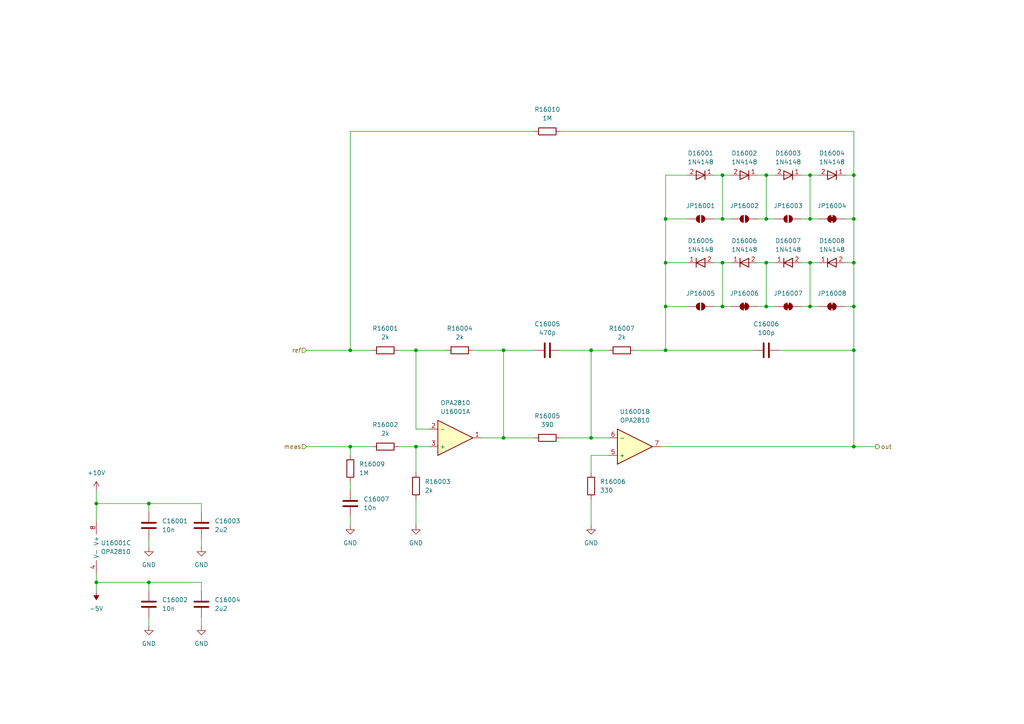
<source format=kicad_sch>
(kicad_sch
	(version 20231120)
	(generator "eeschema")
	(generator_version "8.0")
	(uuid "67ed2e4e-036c-4af8-b725-de692bb54e0f")
	(paper "A4")
	(title_block
		(title "Power Supply Sink")
		(date "2024-11-19")
		(rev "0.8.0")
		(company "Open Battery Tester")
		(comment 1 "Control")
	)
	(lib_symbols
		(symbol "Device:D"
			(pin_names
				(offset 1.016) hide)
			(exclude_from_sim no)
			(in_bom yes)
			(on_board yes)
			(property "Reference" "D"
				(at 0 2.54 0)
				(effects
					(font
						(size 1.27 1.27)
					)
				)
			)
			(property "Value" "D"
				(at 0 -2.54 0)
				(effects
					(font
						(size 1.27 1.27)
					)
				)
			)
			(property "Footprint" ""
				(at 0 0 0)
				(effects
					(font
						(size 1.27 1.27)
					)
					(hide yes)
				)
			)
			(property "Datasheet" "~"
				(at 0 0 0)
				(effects
					(font
						(size 1.27 1.27)
					)
					(hide yes)
				)
			)
			(property "Description" "Diode"
				(at 0 0 0)
				(effects
					(font
						(size 1.27 1.27)
					)
					(hide yes)
				)
			)
			(property "Sim.Device" "D"
				(at 0 0 0)
				(effects
					(font
						(size 1.27 1.27)
					)
					(hide yes)
				)
			)
			(property "Sim.Pins" "1=K 2=A"
				(at 0 0 0)
				(effects
					(font
						(size 1.27 1.27)
					)
					(hide yes)
				)
			)
			(property "ki_keywords" "diode"
				(at 0 0 0)
				(effects
					(font
						(size 1.27 1.27)
					)
					(hide yes)
				)
			)
			(property "ki_fp_filters" "TO-???* *_Diode_* *SingleDiode* D_*"
				(at 0 0 0)
				(effects
					(font
						(size 1.27 1.27)
					)
					(hide yes)
				)
			)
			(symbol "D_0_1"
				(polyline
					(pts
						(xy -1.27 1.27) (xy -1.27 -1.27)
					)
					(stroke
						(width 0.254)
						(type default)
					)
					(fill
						(type none)
					)
				)
				(polyline
					(pts
						(xy 1.27 0) (xy -1.27 0)
					)
					(stroke
						(width 0)
						(type default)
					)
					(fill
						(type none)
					)
				)
				(polyline
					(pts
						(xy 1.27 1.27) (xy 1.27 -1.27) (xy -1.27 0) (xy 1.27 1.27)
					)
					(stroke
						(width 0.254)
						(type default)
					)
					(fill
						(type none)
					)
				)
			)
			(symbol "D_1_1"
				(pin passive line
					(at -3.81 0 0)
					(length 2.54)
					(name "K"
						(effects
							(font
								(size 1.27 1.27)
							)
						)
					)
					(number "1"
						(effects
							(font
								(size 1.27 1.27)
							)
						)
					)
				)
				(pin passive line
					(at 3.81 0 180)
					(length 2.54)
					(name "A"
						(effects
							(font
								(size 1.27 1.27)
							)
						)
					)
					(number "2"
						(effects
							(font
								(size 1.27 1.27)
							)
						)
					)
				)
			)
		)
		(symbol "Jumper:SolderJumper_2_Bridged"
			(pin_numbers hide)
			(pin_names
				(offset 0) hide)
			(exclude_from_sim yes)
			(in_bom no)
			(on_board yes)
			(property "Reference" "JP"
				(at 0 2.032 0)
				(effects
					(font
						(size 1.27 1.27)
					)
				)
			)
			(property "Value" "SolderJumper_2_Bridged"
				(at 0 -2.54 0)
				(effects
					(font
						(size 1.27 1.27)
					)
				)
			)
			(property "Footprint" ""
				(at 0 0 0)
				(effects
					(font
						(size 1.27 1.27)
					)
					(hide yes)
				)
			)
			(property "Datasheet" "~"
				(at 0 0 0)
				(effects
					(font
						(size 1.27 1.27)
					)
					(hide yes)
				)
			)
			(property "Description" "Solder Jumper, 2-pole, closed/bridged"
				(at 0 0 0)
				(effects
					(font
						(size 1.27 1.27)
					)
					(hide yes)
				)
			)
			(property "ki_keywords" "solder jumper SPST"
				(at 0 0 0)
				(effects
					(font
						(size 1.27 1.27)
					)
					(hide yes)
				)
			)
			(property "ki_fp_filters" "SolderJumper*Bridged*"
				(at 0 0 0)
				(effects
					(font
						(size 1.27 1.27)
					)
					(hide yes)
				)
			)
			(symbol "SolderJumper_2_Bridged_0_1"
				(rectangle
					(start -0.508 0.508)
					(end 0.508 -0.508)
					(stroke
						(width 0)
						(type default)
					)
					(fill
						(type outline)
					)
				)
				(arc
					(start -0.254 1.016)
					(mid -1.2656 0)
					(end -0.254 -1.016)
					(stroke
						(width 0)
						(type default)
					)
					(fill
						(type none)
					)
				)
				(arc
					(start -0.254 1.016)
					(mid -1.2656 0)
					(end -0.254 -1.016)
					(stroke
						(width 0)
						(type default)
					)
					(fill
						(type outline)
					)
				)
				(polyline
					(pts
						(xy -0.254 1.016) (xy -0.254 -1.016)
					)
					(stroke
						(width 0)
						(type default)
					)
					(fill
						(type none)
					)
				)
				(polyline
					(pts
						(xy 0.254 1.016) (xy 0.254 -1.016)
					)
					(stroke
						(width 0)
						(type default)
					)
					(fill
						(type none)
					)
				)
				(arc
					(start 0.254 -1.016)
					(mid 1.2656 0)
					(end 0.254 1.016)
					(stroke
						(width 0)
						(type default)
					)
					(fill
						(type none)
					)
				)
				(arc
					(start 0.254 -1.016)
					(mid 1.2656 0)
					(end 0.254 1.016)
					(stroke
						(width 0)
						(type default)
					)
					(fill
						(type outline)
					)
				)
			)
			(symbol "SolderJumper_2_Bridged_1_1"
				(pin passive line
					(at -3.81 0 0)
					(length 2.54)
					(name "A"
						(effects
							(font
								(size 1.27 1.27)
							)
						)
					)
					(number "1"
						(effects
							(font
								(size 1.27 1.27)
							)
						)
					)
				)
				(pin passive line
					(at 3.81 0 180)
					(length 2.54)
					(name "B"
						(effects
							(font
								(size 1.27 1.27)
							)
						)
					)
					(number "2"
						(effects
							(font
								(size 1.27 1.27)
							)
						)
					)
				)
			)
		)
		(symbol "Jumper:SolderJumper_2_Open"
			(pin_numbers hide)
			(pin_names
				(offset 0) hide)
			(exclude_from_sim yes)
			(in_bom no)
			(on_board yes)
			(property "Reference" "JP"
				(at 0 2.032 0)
				(effects
					(font
						(size 1.27 1.27)
					)
				)
			)
			(property "Value" "SolderJumper_2_Open"
				(at 0 -2.54 0)
				(effects
					(font
						(size 1.27 1.27)
					)
				)
			)
			(property "Footprint" ""
				(at 0 0 0)
				(effects
					(font
						(size 1.27 1.27)
					)
					(hide yes)
				)
			)
			(property "Datasheet" "~"
				(at 0 0 0)
				(effects
					(font
						(size 1.27 1.27)
					)
					(hide yes)
				)
			)
			(property "Description" "Solder Jumper, 2-pole, open"
				(at 0 0 0)
				(effects
					(font
						(size 1.27 1.27)
					)
					(hide yes)
				)
			)
			(property "ki_keywords" "solder jumper SPST"
				(at 0 0 0)
				(effects
					(font
						(size 1.27 1.27)
					)
					(hide yes)
				)
			)
			(property "ki_fp_filters" "SolderJumper*Open*"
				(at 0 0 0)
				(effects
					(font
						(size 1.27 1.27)
					)
					(hide yes)
				)
			)
			(symbol "SolderJumper_2_Open_0_1"
				(arc
					(start -0.254 1.016)
					(mid -1.2656 0)
					(end -0.254 -1.016)
					(stroke
						(width 0)
						(type default)
					)
					(fill
						(type none)
					)
				)
				(arc
					(start -0.254 1.016)
					(mid -1.2656 0)
					(end -0.254 -1.016)
					(stroke
						(width 0)
						(type default)
					)
					(fill
						(type outline)
					)
				)
				(polyline
					(pts
						(xy -0.254 1.016) (xy -0.254 -1.016)
					)
					(stroke
						(width 0)
						(type default)
					)
					(fill
						(type none)
					)
				)
				(polyline
					(pts
						(xy 0.254 1.016) (xy 0.254 -1.016)
					)
					(stroke
						(width 0)
						(type default)
					)
					(fill
						(type none)
					)
				)
				(arc
					(start 0.254 -1.016)
					(mid 1.2656 0)
					(end 0.254 1.016)
					(stroke
						(width 0)
						(type default)
					)
					(fill
						(type none)
					)
				)
				(arc
					(start 0.254 -1.016)
					(mid 1.2656 0)
					(end 0.254 1.016)
					(stroke
						(width 0)
						(type default)
					)
					(fill
						(type outline)
					)
				)
			)
			(symbol "SolderJumper_2_Open_1_1"
				(pin passive line
					(at -3.81 0 0)
					(length 2.54)
					(name "A"
						(effects
							(font
								(size 1.27 1.27)
							)
						)
					)
					(number "1"
						(effects
							(font
								(size 1.27 1.27)
							)
						)
					)
				)
				(pin passive line
					(at 3.81 0 180)
					(length 2.54)
					(name "B"
						(effects
							(font
								(size 1.27 1.27)
							)
						)
					)
					(number "2"
						(effects
							(font
								(size 1.27 1.27)
							)
						)
					)
				)
			)
		)
		(symbol "pss:+10V"
			(power)
			(pin_numbers hide)
			(pin_names
				(offset 0) hide)
			(exclude_from_sim no)
			(in_bom yes)
			(on_board yes)
			(property "Reference" "#PWR"
				(at 0 -3.81 0)
				(effects
					(font
						(size 1.27 1.27)
					)
					(hide yes)
				)
			)
			(property "Value" "+10V"
				(at 0 3.556 0)
				(effects
					(font
						(size 1.27 1.27)
					)
				)
			)
			(property "Footprint" ""
				(at 0 0 0)
				(effects
					(font
						(size 1.27 1.27)
					)
					(hide yes)
				)
			)
			(property "Datasheet" ""
				(at 0 0 0)
				(effects
					(font
						(size 1.27 1.27)
					)
					(hide yes)
				)
			)
			(property "Description" "Power symbol creates a global label with name \"+10V\""
				(at 0 0 0)
				(effects
					(font
						(size 1.27 1.27)
					)
					(hide yes)
				)
			)
			(property "ki_keywords" "global power"
				(at 0 0 0)
				(effects
					(font
						(size 1.27 1.27)
					)
					(hide yes)
				)
			)
			(symbol "+10V_0_1"
				(polyline
					(pts
						(xy -0.762 1.27) (xy 0 2.54)
					)
					(stroke
						(width 0)
						(type default)
					)
					(fill
						(type none)
					)
				)
				(polyline
					(pts
						(xy 0 0) (xy 0 2.54)
					)
					(stroke
						(width 0)
						(type default)
					)
					(fill
						(type none)
					)
				)
				(polyline
					(pts
						(xy 0 2.54) (xy 0.762 1.27)
					)
					(stroke
						(width 0)
						(type default)
					)
					(fill
						(type none)
					)
				)
			)
			(symbol "+10V_1_1"
				(pin power_in line
					(at 0 0 90)
					(length 0)
					(name "~"
						(effects
							(font
								(size 1.27 1.27)
							)
						)
					)
					(number "1"
						(effects
							(font
								(size 1.27 1.27)
							)
						)
					)
				)
			)
		)
		(symbol "pss:-5V"
			(power)
			(pin_numbers hide)
			(pin_names
				(offset 0) hide)
			(exclude_from_sim no)
			(in_bom yes)
			(on_board yes)
			(property "Reference" "#PWR"
				(at 0 -3.81 0)
				(effects
					(font
						(size 1.27 1.27)
					)
					(hide yes)
				)
			)
			(property "Value" "-5V"
				(at 0 3.556 0)
				(effects
					(font
						(size 1.27 1.27)
					)
				)
			)
			(property "Footprint" ""
				(at 0 0 0)
				(effects
					(font
						(size 1.27 1.27)
					)
					(hide yes)
				)
			)
			(property "Datasheet" ""
				(at 0 0 0)
				(effects
					(font
						(size 1.27 1.27)
					)
					(hide yes)
				)
			)
			(property "Description" "Power symbol creates a global label with name \"-5V\""
				(at 0 0 0)
				(effects
					(font
						(size 1.27 1.27)
					)
					(hide yes)
				)
			)
			(property "ki_keywords" "global power"
				(at 0 0 0)
				(effects
					(font
						(size 1.27 1.27)
					)
					(hide yes)
				)
			)
			(symbol "-5V_0_0"
				(pin power_in line
					(at 0 0 90)
					(length 0)
					(name "~"
						(effects
							(font
								(size 1.27 1.27)
							)
						)
					)
					(number "1"
						(effects
							(font
								(size 1.27 1.27)
							)
						)
					)
				)
			)
			(symbol "-5V_0_1"
				(polyline
					(pts
						(xy 0 0) (xy 0 1.27) (xy 0.762 1.27) (xy 0 2.54) (xy -0.762 1.27) (xy 0 1.27)
					)
					(stroke
						(width 0)
						(type default)
					)
					(fill
						(type outline)
					)
				)
			)
		)
		(symbol "pss:C"
			(pin_numbers hide)
			(pin_names
				(offset 0.254)
			)
			(exclude_from_sim no)
			(in_bom yes)
			(on_board yes)
			(property "Reference" "C"
				(at 0.635 2.54 0)
				(effects
					(font
						(size 1.27 1.27)
					)
					(justify left)
				)
			)
			(property "Value" "C"
				(at 0.635 -2.54 0)
				(effects
					(font
						(size 1.27 1.27)
					)
					(justify left)
				)
			)
			(property "Footprint" ""
				(at 0.9652 -3.81 0)
				(effects
					(font
						(size 1.27 1.27)
					)
					(hide yes)
				)
			)
			(property "Datasheet" "~"
				(at 0 0 0)
				(effects
					(font
						(size 1.27 1.27)
					)
					(hide yes)
				)
			)
			(property "Description" "Unpolarized capacitor"
				(at 0 0 0)
				(effects
					(font
						(size 1.27 1.27)
					)
					(hide yes)
				)
			)
			(property "ki_keywords" "cap capacitor"
				(at 0 0 0)
				(effects
					(font
						(size 1.27 1.27)
					)
					(hide yes)
				)
			)
			(property "ki_fp_filters" "C_*"
				(at 0 0 0)
				(effects
					(font
						(size 1.27 1.27)
					)
					(hide yes)
				)
			)
			(symbol "C_0_1"
				(polyline
					(pts
						(xy -2.032 -0.762) (xy 2.032 -0.762)
					)
					(stroke
						(width 0.508)
						(type default)
					)
					(fill
						(type none)
					)
				)
				(polyline
					(pts
						(xy -2.032 0.762) (xy 2.032 0.762)
					)
					(stroke
						(width 0.508)
						(type default)
					)
					(fill
						(type none)
					)
				)
			)
			(symbol "C_1_1"
				(pin passive line
					(at 0 3.81 270)
					(length 2.794)
					(name "~"
						(effects
							(font
								(size 1.27 1.27)
							)
						)
					)
					(number "1"
						(effects
							(font
								(size 1.27 1.27)
							)
						)
					)
				)
				(pin passive line
					(at 0 -3.81 90)
					(length 2.794)
					(name "~"
						(effects
							(font
								(size 1.27 1.27)
							)
						)
					)
					(number "2"
						(effects
							(font
								(size 1.27 1.27)
							)
						)
					)
				)
			)
		)
		(symbol "pss:GND"
			(power)
			(pin_numbers hide)
			(pin_names
				(offset 0) hide)
			(exclude_from_sim no)
			(in_bom yes)
			(on_board yes)
			(property "Reference" "#PWR"
				(at 0 -6.35 0)
				(effects
					(font
						(size 1.27 1.27)
					)
					(hide yes)
				)
			)
			(property "Value" "GND"
				(at 0 -3.81 0)
				(effects
					(font
						(size 1.27 1.27)
					)
				)
			)
			(property "Footprint" ""
				(at 0 0 0)
				(effects
					(font
						(size 1.27 1.27)
					)
					(hide yes)
				)
			)
			(property "Datasheet" ""
				(at 0 0 0)
				(effects
					(font
						(size 1.27 1.27)
					)
					(hide yes)
				)
			)
			(property "Description" "Power symbol creates a global label with name \"GND\" , ground"
				(at 0 0 0)
				(effects
					(font
						(size 1.27 1.27)
					)
					(hide yes)
				)
			)
			(property "ki_keywords" "global power"
				(at 0 0 0)
				(effects
					(font
						(size 1.27 1.27)
					)
					(hide yes)
				)
			)
			(symbol "GND_0_1"
				(polyline
					(pts
						(xy 0 0) (xy 0 -1.27) (xy 1.27 -1.27) (xy 0 -2.54) (xy -1.27 -1.27) (xy 0 -1.27)
					)
					(stroke
						(width 0)
						(type default)
					)
					(fill
						(type none)
					)
				)
			)
			(symbol "GND_1_1"
				(pin power_in line
					(at 0 0 270)
					(length 0)
					(name "~"
						(effects
							(font
								(size 1.27 1.27)
							)
						)
					)
					(number "1"
						(effects
							(font
								(size 1.27 1.27)
							)
						)
					)
				)
			)
		)
		(symbol "pss:Opamp_Dual"
			(exclude_from_sim no)
			(in_bom yes)
			(on_board yes)
			(property "Reference" "U"
				(at 0 5.08 0)
				(effects
					(font
						(size 1.27 1.27)
					)
					(justify left)
				)
			)
			(property "Value" "Opamp_Dual"
				(at 0 -5.08 0)
				(effects
					(font
						(size 1.27 1.27)
					)
					(justify left)
				)
			)
			(property "Footprint" ""
				(at 0 0 0)
				(effects
					(font
						(size 1.27 1.27)
					)
					(hide yes)
				)
			)
			(property "Datasheet" "~"
				(at 0 0 0)
				(effects
					(font
						(size 1.27 1.27)
					)
					(hide yes)
				)
			)
			(property "Description" "Dual operational amplifier"
				(at 0 0 0)
				(effects
					(font
						(size 1.27 1.27)
					)
					(hide yes)
				)
			)
			(property "Sim.Library" "${KICAD7_SYMBOL_DIR}/Simulation_SPICE.sp"
				(at 0 0 0)
				(effects
					(font
						(size 1.27 1.27)
					)
					(hide yes)
				)
			)
			(property "Sim.Name" "kicad_builtin_opamp_dual"
				(at 0 0 0)
				(effects
					(font
						(size 1.27 1.27)
					)
					(hide yes)
				)
			)
			(property "Sim.Device" "SUBCKT"
				(at 0 0 0)
				(effects
					(font
						(size 1.27 1.27)
					)
					(hide yes)
				)
			)
			(property "Sim.Pins" "1=out1 2=in1- 3=in1+ 4=vee 5=in2+ 6=in2- 7=out2 8=vcc"
				(at 0 0 0)
				(effects
					(font
						(size 1.27 1.27)
					)
					(hide yes)
				)
			)
			(property "ki_locked" ""
				(at 0 0 0)
				(effects
					(font
						(size 1.27 1.27)
					)
				)
			)
			(property "ki_keywords" "dual opamp"
				(at 0 0 0)
				(effects
					(font
						(size 1.27 1.27)
					)
					(hide yes)
				)
			)
			(property "ki_fp_filters" "SOIC*3.9x4.9mm*P1.27mm* DIP*W7.62mm* MSOP*3x3mm*P0.65mm* SSOP*2.95x2.8mm*P0.65mm* TSSOP*3x3mm*P0.65mm* VSSOP*P0.5mm* TO?99*"
				(at 0 0 0)
				(effects
					(font
						(size 1.27 1.27)
					)
					(hide yes)
				)
			)
			(symbol "Opamp_Dual_1_1"
				(polyline
					(pts
						(xy -5.08 5.08) (xy 5.08 0) (xy -5.08 -5.08) (xy -5.08 5.08)
					)
					(stroke
						(width 0.254)
						(type default)
					)
					(fill
						(type background)
					)
				)
				(pin output line
					(at 7.62 0 180)
					(length 2.54)
					(name "~"
						(effects
							(font
								(size 1.27 1.27)
							)
						)
					)
					(number "1"
						(effects
							(font
								(size 1.27 1.27)
							)
						)
					)
				)
				(pin input line
					(at -7.62 -2.54 0)
					(length 2.54)
					(name "-"
						(effects
							(font
								(size 1.27 1.27)
							)
						)
					)
					(number "2"
						(effects
							(font
								(size 1.27 1.27)
							)
						)
					)
				)
				(pin input line
					(at -7.62 2.54 0)
					(length 2.54)
					(name "+"
						(effects
							(font
								(size 1.27 1.27)
							)
						)
					)
					(number "3"
						(effects
							(font
								(size 1.27 1.27)
							)
						)
					)
				)
			)
			(symbol "Opamp_Dual_2_1"
				(polyline
					(pts
						(xy -5.08 5.08) (xy 5.08 0) (xy -5.08 -5.08) (xy -5.08 5.08)
					)
					(stroke
						(width 0.254)
						(type default)
					)
					(fill
						(type background)
					)
				)
				(pin input line
					(at -7.62 2.54 0)
					(length 2.54)
					(name "+"
						(effects
							(font
								(size 1.27 1.27)
							)
						)
					)
					(number "5"
						(effects
							(font
								(size 1.27 1.27)
							)
						)
					)
				)
				(pin input line
					(at -7.62 -2.54 0)
					(length 2.54)
					(name "-"
						(effects
							(font
								(size 1.27 1.27)
							)
						)
					)
					(number "6"
						(effects
							(font
								(size 1.27 1.27)
							)
						)
					)
				)
				(pin output line
					(at 7.62 0 180)
					(length 2.54)
					(name "~"
						(effects
							(font
								(size 1.27 1.27)
							)
						)
					)
					(number "7"
						(effects
							(font
								(size 1.27 1.27)
							)
						)
					)
				)
			)
			(symbol "Opamp_Dual_3_1"
				(pin power_in line
					(at -2.54 -7.62 90)
					(length 3.81)
					(name "V-"
						(effects
							(font
								(size 1.27 1.27)
							)
						)
					)
					(number "4"
						(effects
							(font
								(size 1.27 1.27)
							)
						)
					)
				)
				(pin power_in line
					(at -2.54 7.62 270)
					(length 3.81)
					(name "V+"
						(effects
							(font
								(size 1.27 1.27)
							)
						)
					)
					(number "8"
						(effects
							(font
								(size 1.27 1.27)
							)
						)
					)
				)
			)
		)
		(symbol "pss:R"
			(pin_numbers hide)
			(pin_names
				(offset 0)
			)
			(exclude_from_sim no)
			(in_bom yes)
			(on_board yes)
			(property "Reference" "R"
				(at 2.032 0 90)
				(effects
					(font
						(size 1.27 1.27)
					)
				)
			)
			(property "Value" "R"
				(at 0 0 90)
				(effects
					(font
						(size 1.27 1.27)
					)
				)
			)
			(property "Footprint" ""
				(at -1.778 0 90)
				(effects
					(font
						(size 1.27 1.27)
					)
					(hide yes)
				)
			)
			(property "Datasheet" "~"
				(at 0 0 0)
				(effects
					(font
						(size 1.27 1.27)
					)
					(hide yes)
				)
			)
			(property "Description" "Resistor"
				(at 0 0 0)
				(effects
					(font
						(size 1.27 1.27)
					)
					(hide yes)
				)
			)
			(property "ki_keywords" "R res resistor"
				(at 0 0 0)
				(effects
					(font
						(size 1.27 1.27)
					)
					(hide yes)
				)
			)
			(property "ki_fp_filters" "R_*"
				(at 0 0 0)
				(effects
					(font
						(size 1.27 1.27)
					)
					(hide yes)
				)
			)
			(symbol "R_0_1"
				(rectangle
					(start -1.016 -2.54)
					(end 1.016 2.54)
					(stroke
						(width 0.254)
						(type default)
					)
					(fill
						(type none)
					)
				)
			)
			(symbol "R_1_1"
				(pin passive line
					(at 0 3.81 270)
					(length 1.27)
					(name "~"
						(effects
							(font
								(size 1.27 1.27)
							)
						)
					)
					(number "1"
						(effects
							(font
								(size 1.27 1.27)
							)
						)
					)
				)
				(pin passive line
					(at 0 -3.81 90)
					(length 1.27)
					(name "~"
						(effects
							(font
								(size 1.27 1.27)
							)
						)
					)
					(number "2"
						(effects
							(font
								(size 1.27 1.27)
							)
						)
					)
				)
			)
		)
	)
	(junction
		(at 209.55 76.2)
		(diameter 0)
		(color 0 0 0 0)
		(uuid "05b841d3-21a7-426b-8976-7ec9e8bcfa12")
	)
	(junction
		(at 234.95 76.2)
		(diameter 0)
		(color 0 0 0 0)
		(uuid "16044ed4-ebcf-4709-962b-92853f2d18ef")
	)
	(junction
		(at 171.45 127)
		(diameter 0)
		(color 0 0 0 0)
		(uuid "1678a63b-3e7a-4f05-9e93-93c3dd43dea8")
	)
	(junction
		(at 43.18 146.05)
		(diameter 0)
		(color 0 0 0 0)
		(uuid "1688f78b-b56a-4b6d-b0d2-e19b9c1407db")
	)
	(junction
		(at 209.55 50.8)
		(diameter 0)
		(color 0 0 0 0)
		(uuid "30638b23-50ea-4a52-87a4-9b1e9b3c67d0")
	)
	(junction
		(at 234.95 50.8)
		(diameter 0)
		(color 0 0 0 0)
		(uuid "3216d34e-1d59-4431-9d0e-5114d06b6fac")
	)
	(junction
		(at 193.04 88.9)
		(diameter 0)
		(color 0 0 0 0)
		(uuid "371aade6-a05b-4c08-a445-8f743d773856")
	)
	(junction
		(at 43.18 168.91)
		(diameter 0)
		(color 0 0 0 0)
		(uuid "430f0026-0fda-4ae3-803c-33cf4bbb1ce7")
	)
	(junction
		(at 247.65 76.2)
		(diameter 0)
		(color 0 0 0 0)
		(uuid "55ae8822-bc19-40c5-93f4-d532239450d8")
	)
	(junction
		(at 120.65 101.6)
		(diameter 0)
		(color 0 0 0 0)
		(uuid "5911b8e6-788c-4f8c-adec-a4eaec220330")
	)
	(junction
		(at 222.25 50.8)
		(diameter 0)
		(color 0 0 0 0)
		(uuid "5c831cf3-168d-4858-a3bf-111b94be55b7")
	)
	(junction
		(at 193.04 101.6)
		(diameter 0)
		(color 0 0 0 0)
		(uuid "71e6897c-72f9-44d5-bbc9-7a60248f624c")
	)
	(junction
		(at 27.94 168.91)
		(diameter 0)
		(color 0 0 0 0)
		(uuid "77606af2-144a-436e-bc9c-4dbf00cfe952")
	)
	(junction
		(at 222.25 63.5)
		(diameter 0)
		(color 0 0 0 0)
		(uuid "776935d0-0fe2-4afb-9f33-817767542cc1")
	)
	(junction
		(at 247.65 88.9)
		(diameter 0)
		(color 0 0 0 0)
		(uuid "78bb6f6e-140d-44dd-970d-f312c201b4a1")
	)
	(junction
		(at 247.65 63.5)
		(diameter 0)
		(color 0 0 0 0)
		(uuid "8c3f33db-7ead-42c2-8742-cddbb3c7d8aa")
	)
	(junction
		(at 234.95 88.9)
		(diameter 0)
		(color 0 0 0 0)
		(uuid "8e193bf3-ce89-4b5c-9eea-7a4917e2631e")
	)
	(junction
		(at 247.65 101.6)
		(diameter 0)
		(color 0 0 0 0)
		(uuid "98a58920-d774-4191-b0ba-0c68fe5cf918")
	)
	(junction
		(at 101.6 129.54)
		(diameter 0)
		(color 0 0 0 0)
		(uuid "9d5fb0f2-dde2-4a31-bf38-54838689604e")
	)
	(junction
		(at 27.94 146.05)
		(diameter 0)
		(color 0 0 0 0)
		(uuid "9f1dfedc-e0f5-46c5-9263-426f1e3d731f")
	)
	(junction
		(at 222.25 76.2)
		(diameter 0)
		(color 0 0 0 0)
		(uuid "9f3c2850-0c14-4e82-b00c-23c8c052343e")
	)
	(junction
		(at 146.05 127)
		(diameter 0)
		(color 0 0 0 0)
		(uuid "a378a18b-d187-463e-8e78-e19c9a6bf8b7")
	)
	(junction
		(at 247.65 50.8)
		(diameter 0)
		(color 0 0 0 0)
		(uuid "a43ba62f-40bc-406c-b6a4-05e7b48df69b")
	)
	(junction
		(at 120.65 129.54)
		(diameter 0)
		(color 0 0 0 0)
		(uuid "a845562f-a0a4-44a0-a54f-4d3249724cc3")
	)
	(junction
		(at 247.65 129.54)
		(diameter 0)
		(color 0 0 0 0)
		(uuid "aadc7e86-e904-4d61-81e6-a6b9c01d17b7")
	)
	(junction
		(at 222.25 88.9)
		(diameter 0)
		(color 0 0 0 0)
		(uuid "b4200e32-9ffa-4672-8cd0-29414b63a07c")
	)
	(junction
		(at 193.04 63.5)
		(diameter 0)
		(color 0 0 0 0)
		(uuid "c1b212e5-04bc-4d93-b9c7-0cdb6f98a468")
	)
	(junction
		(at 193.04 76.2)
		(diameter 0)
		(color 0 0 0 0)
		(uuid "c1de5af8-c37d-4c60-bffe-49eb7f5d7a47")
	)
	(junction
		(at 209.55 88.9)
		(diameter 0)
		(color 0 0 0 0)
		(uuid "d14683e8-8193-46b3-a681-51158a1e38fb")
	)
	(junction
		(at 146.05 101.6)
		(diameter 0)
		(color 0 0 0 0)
		(uuid "d39f315c-2524-49fb-a927-e97b46d8d4ca")
	)
	(junction
		(at 101.6 101.6)
		(diameter 0)
		(color 0 0 0 0)
		(uuid "e1ad1790-f4e9-4727-96ab-eac83414d9a0")
	)
	(junction
		(at 171.45 101.6)
		(diameter 0)
		(color 0 0 0 0)
		(uuid "e1c7b672-3a7b-44ea-a40b-f214a310584a")
	)
	(junction
		(at 234.95 63.5)
		(diameter 0)
		(color 0 0 0 0)
		(uuid "e907728f-170c-4308-b982-bc1c0dcbbec0")
	)
	(junction
		(at 209.55 63.5)
		(diameter 0)
		(color 0 0 0 0)
		(uuid "f2f2f801-3fd1-42f6-8471-f6c833afc98b")
	)
	(wire
		(pts
			(xy 184.15 101.6) (xy 193.04 101.6)
		)
		(stroke
			(width 0)
			(type default)
		)
		(uuid "0164c9c3-32fb-4cca-929b-c6414c97d3ab")
	)
	(wire
		(pts
			(xy 101.6 129.54) (xy 107.95 129.54)
		)
		(stroke
			(width 0)
			(type default)
		)
		(uuid "0ee583fe-7149-4cff-9216-bc32a4688712")
	)
	(wire
		(pts
			(xy 234.95 76.2) (xy 232.41 76.2)
		)
		(stroke
			(width 0)
			(type default)
		)
		(uuid "0fe9b4b7-458e-4972-ba23-80a6fe9f4be8")
	)
	(wire
		(pts
			(xy 222.25 76.2) (xy 222.25 88.9)
		)
		(stroke
			(width 0)
			(type default)
		)
		(uuid "1122a082-4d14-4dc1-9520-37ff09cb4cae")
	)
	(wire
		(pts
			(xy 120.65 124.46) (xy 124.46 124.46)
		)
		(stroke
			(width 0)
			(type default)
		)
		(uuid "1130d4ae-457e-4f77-b01b-a2f9bb937de8")
	)
	(wire
		(pts
			(xy 43.18 146.05) (xy 43.18 148.59)
		)
		(stroke
			(width 0)
			(type default)
		)
		(uuid "12cee3dd-956b-4729-9750-be20faf50acf")
	)
	(wire
		(pts
			(xy 232.41 88.9) (xy 234.95 88.9)
		)
		(stroke
			(width 0)
			(type default)
		)
		(uuid "144cc515-a09c-4dfd-b604-6d3af69c6552")
	)
	(wire
		(pts
			(xy 58.42 179.07) (xy 58.42 181.61)
		)
		(stroke
			(width 0)
			(type default)
		)
		(uuid "14aa5df7-8522-42d6-a8b9-d07ba4ff5121")
	)
	(wire
		(pts
			(xy 245.11 88.9) (xy 247.65 88.9)
		)
		(stroke
			(width 0)
			(type default)
		)
		(uuid "14c9b2e6-246e-43d7-a20c-a6ed0d00be58")
	)
	(wire
		(pts
			(xy 120.65 101.6) (xy 115.57 101.6)
		)
		(stroke
			(width 0)
			(type default)
		)
		(uuid "1dfa3a04-0f16-40bb-8a7f-00633722041f")
	)
	(wire
		(pts
			(xy 209.55 50.8) (xy 212.09 50.8)
		)
		(stroke
			(width 0)
			(type default)
		)
		(uuid "20498ac7-e505-48e6-8fe6-7217958fe323")
	)
	(wire
		(pts
			(xy 120.65 129.54) (xy 124.46 129.54)
		)
		(stroke
			(width 0)
			(type default)
		)
		(uuid "219cbf37-8bab-43d4-ab5f-8c6729378144")
	)
	(wire
		(pts
			(xy 137.16 101.6) (xy 146.05 101.6)
		)
		(stroke
			(width 0)
			(type default)
		)
		(uuid "2280ece4-f5cf-41a8-b821-9ba17506af33")
	)
	(wire
		(pts
			(xy 171.45 127) (xy 176.53 127)
		)
		(stroke
			(width 0)
			(type default)
		)
		(uuid "29fca3a4-46d7-4284-b8a2-076df794214f")
	)
	(wire
		(pts
			(xy 207.01 50.8) (xy 209.55 50.8)
		)
		(stroke
			(width 0)
			(type default)
		)
		(uuid "2b930ab3-1375-4689-bba4-7c6e5e3eef8a")
	)
	(wire
		(pts
			(xy 27.94 168.91) (xy 27.94 166.37)
		)
		(stroke
			(width 0)
			(type default)
		)
		(uuid "31df2f33-8ba7-430d-8721-c9d3b8597cb7")
	)
	(wire
		(pts
			(xy 237.49 76.2) (xy 234.95 76.2)
		)
		(stroke
			(width 0)
			(type default)
		)
		(uuid "348b942b-4319-4b1b-b100-71a2ba0fd8e6")
	)
	(wire
		(pts
			(xy 88.9 101.6) (xy 101.6 101.6)
		)
		(stroke
			(width 0)
			(type default)
		)
		(uuid "380b341a-e9fd-471a-8962-7553e8693aca")
	)
	(wire
		(pts
			(xy 219.71 88.9) (xy 222.25 88.9)
		)
		(stroke
			(width 0)
			(type default)
		)
		(uuid "3a57ddf1-db30-4bb6-bded-ab64c4e929f4")
	)
	(wire
		(pts
			(xy 43.18 146.05) (xy 27.94 146.05)
		)
		(stroke
			(width 0)
			(type default)
		)
		(uuid "3a9ffcf9-934f-4614-8452-744a1007dc72")
	)
	(wire
		(pts
			(xy 58.42 168.91) (xy 43.18 168.91)
		)
		(stroke
			(width 0)
			(type default)
		)
		(uuid "3c1c3fce-ff7f-4f05-9684-100eb0e6e9d5")
	)
	(wire
		(pts
			(xy 232.41 63.5) (xy 234.95 63.5)
		)
		(stroke
			(width 0)
			(type default)
		)
		(uuid "3ff25d5b-4394-40d0-90e8-e2924e167678")
	)
	(wire
		(pts
			(xy 247.65 129.54) (xy 254 129.54)
		)
		(stroke
			(width 0)
			(type default)
		)
		(uuid "40ac5f46-73b6-4c8c-b862-c48ccebee15c")
	)
	(wire
		(pts
			(xy 193.04 101.6) (xy 218.44 101.6)
		)
		(stroke
			(width 0)
			(type default)
		)
		(uuid "40dab9e0-f8da-4e21-9998-9ee91ed43288")
	)
	(wire
		(pts
			(xy 176.53 101.6) (xy 171.45 101.6)
		)
		(stroke
			(width 0)
			(type default)
		)
		(uuid "428852ba-89f0-4dca-bafe-9dd394c1a306")
	)
	(wire
		(pts
			(xy 27.94 146.05) (xy 27.94 142.24)
		)
		(stroke
			(width 0)
			(type default)
		)
		(uuid "43466c60-3046-4304-b2d6-cf6bd245da80")
	)
	(wire
		(pts
			(xy 193.04 63.5) (xy 193.04 50.8)
		)
		(stroke
			(width 0)
			(type default)
		)
		(uuid "48ba0a93-dd84-4048-b0a1-b8d67b4e6cac")
	)
	(wire
		(pts
			(xy 101.6 139.7) (xy 101.6 142.24)
		)
		(stroke
			(width 0)
			(type default)
		)
		(uuid "4a520e26-aebb-47d7-8744-65db689d5c90")
	)
	(wire
		(pts
			(xy 245.11 76.2) (xy 247.65 76.2)
		)
		(stroke
			(width 0)
			(type default)
		)
		(uuid "4aa2a53e-1fe7-47c5-bc83-ba4cdf985725")
	)
	(wire
		(pts
			(xy 209.55 76.2) (xy 209.55 88.9)
		)
		(stroke
			(width 0)
			(type default)
		)
		(uuid "4b9c7581-460f-47ab-a6a4-3e45189771c7")
	)
	(wire
		(pts
			(xy 139.7 127) (xy 146.05 127)
		)
		(stroke
			(width 0)
			(type default)
		)
		(uuid "4d4ab2f3-4b80-46ea-adce-8afddb3a4df6")
	)
	(wire
		(pts
			(xy 234.95 50.8) (xy 234.95 63.5)
		)
		(stroke
			(width 0)
			(type default)
		)
		(uuid "51218cbb-b3f6-41a4-b2af-7ebe6003fd4e")
	)
	(wire
		(pts
			(xy 171.45 101.6) (xy 171.45 127)
		)
		(stroke
			(width 0)
			(type default)
		)
		(uuid "518890ab-5e03-4314-813c-4bc77a5a5f1d")
	)
	(wire
		(pts
			(xy 207.01 88.9) (xy 209.55 88.9)
		)
		(stroke
			(width 0)
			(type default)
		)
		(uuid "52cd7791-ec2f-4285-8d0c-32f10842947d")
	)
	(wire
		(pts
			(xy 120.65 129.54) (xy 120.65 137.16)
		)
		(stroke
			(width 0)
			(type default)
		)
		(uuid "54402d78-dc22-4030-9a8c-d1d390826665")
	)
	(wire
		(pts
			(xy 43.18 168.91) (xy 27.94 168.91)
		)
		(stroke
			(width 0)
			(type default)
		)
		(uuid "55c9251d-4224-4255-bc9a-9a3dd4e65998")
	)
	(wire
		(pts
			(xy 193.04 88.9) (xy 199.39 88.9)
		)
		(stroke
			(width 0)
			(type default)
		)
		(uuid "5622ceca-7a94-41a0-abc6-167b99e6f902")
	)
	(wire
		(pts
			(xy 226.06 101.6) (xy 247.65 101.6)
		)
		(stroke
			(width 0)
			(type default)
		)
		(uuid "5e6af2a5-7348-4016-af6b-f082152cb2fe")
	)
	(wire
		(pts
			(xy 162.56 101.6) (xy 171.45 101.6)
		)
		(stroke
			(width 0)
			(type default)
		)
		(uuid "62cf31c8-75be-4301-8665-4db147202255")
	)
	(wire
		(pts
			(xy 162.56 127) (xy 171.45 127)
		)
		(stroke
			(width 0)
			(type default)
		)
		(uuid "663b9387-0c60-4f7a-9094-f926c9541ddd")
	)
	(wire
		(pts
			(xy 193.04 88.9) (xy 193.04 101.6)
		)
		(stroke
			(width 0)
			(type default)
		)
		(uuid "6d2d7f48-092c-4b2d-b502-997fd5895a13")
	)
	(wire
		(pts
			(xy 234.95 88.9) (xy 237.49 88.9)
		)
		(stroke
			(width 0)
			(type default)
		)
		(uuid "6dad919d-0e6b-4f20-ba23-e68377c4e05f")
	)
	(wire
		(pts
			(xy 120.65 144.78) (xy 120.65 152.4)
		)
		(stroke
			(width 0)
			(type default)
		)
		(uuid "6f335af7-58ce-4d57-8304-2655a671d012")
	)
	(wire
		(pts
			(xy 222.25 50.8) (xy 224.79 50.8)
		)
		(stroke
			(width 0)
			(type default)
		)
		(uuid "6f9ee044-480a-4288-b66b-15806855abc4")
	)
	(wire
		(pts
			(xy 247.65 63.5) (xy 247.65 76.2)
		)
		(stroke
			(width 0)
			(type default)
		)
		(uuid "73002a44-b55c-475f-b8c9-02edc03c61cd")
	)
	(wire
		(pts
			(xy 222.25 50.8) (xy 222.25 63.5)
		)
		(stroke
			(width 0)
			(type default)
		)
		(uuid "753b021a-4cd0-4563-bfe1-a62bb6914855")
	)
	(wire
		(pts
			(xy 154.94 38.1) (xy 101.6 38.1)
		)
		(stroke
			(width 0)
			(type default)
		)
		(uuid "7594faa2-329e-4df9-bee8-212080cc3aef")
	)
	(wire
		(pts
			(xy 27.94 168.91) (xy 27.94 171.45)
		)
		(stroke
			(width 0)
			(type default)
		)
		(uuid "772643a1-b72f-4543-97a2-561611655cd4")
	)
	(wire
		(pts
			(xy 219.71 63.5) (xy 222.25 63.5)
		)
		(stroke
			(width 0)
			(type default)
		)
		(uuid "77f61831-2138-4273-b47a-1c8594c1bf14")
	)
	(wire
		(pts
			(xy 171.45 132.08) (xy 171.45 137.16)
		)
		(stroke
			(width 0)
			(type default)
		)
		(uuid "7a365606-c6e0-4bf4-bac8-f29c7c17ad3b")
	)
	(wire
		(pts
			(xy 219.71 76.2) (xy 222.25 76.2)
		)
		(stroke
			(width 0)
			(type default)
		)
		(uuid "7a86d44f-41b5-4c01-b861-d7b87a1d9a58")
	)
	(wire
		(pts
			(xy 27.94 146.05) (xy 27.94 151.13)
		)
		(stroke
			(width 0)
			(type default)
		)
		(uuid "7b50bdd7-8b69-4757-aa14-9a53f441f73a")
	)
	(wire
		(pts
			(xy 222.25 88.9) (xy 224.79 88.9)
		)
		(stroke
			(width 0)
			(type default)
		)
		(uuid "7d2df1fe-c3d0-4c56-88e9-0384f94c8b8c")
	)
	(wire
		(pts
			(xy 247.65 129.54) (xy 247.65 101.6)
		)
		(stroke
			(width 0)
			(type default)
		)
		(uuid "7faab883-ade0-4d30-95a0-ed76b20479cd")
	)
	(wire
		(pts
			(xy 115.57 129.54) (xy 120.65 129.54)
		)
		(stroke
			(width 0)
			(type default)
		)
		(uuid "7fc83c31-eb46-48f2-a062-133c6abb767a")
	)
	(wire
		(pts
			(xy 120.65 101.6) (xy 120.65 124.46)
		)
		(stroke
			(width 0)
			(type default)
		)
		(uuid "802529d3-10df-4b8d-a0d5-0017a81f9ed0")
	)
	(wire
		(pts
			(xy 101.6 101.6) (xy 107.95 101.6)
		)
		(stroke
			(width 0)
			(type default)
		)
		(uuid "80401d31-db58-44af-ab1b-285309fa21cb")
	)
	(wire
		(pts
			(xy 43.18 179.07) (xy 43.18 181.61)
		)
		(stroke
			(width 0)
			(type default)
		)
		(uuid "85901a43-69f2-409a-a484-0fb9c8a7bc1c")
	)
	(wire
		(pts
			(xy 234.95 50.8) (xy 237.49 50.8)
		)
		(stroke
			(width 0)
			(type default)
		)
		(uuid "8fce0431-1887-4617-94e1-a3a02ba3b6aa")
	)
	(wire
		(pts
			(xy 247.65 88.9) (xy 247.65 101.6)
		)
		(stroke
			(width 0)
			(type default)
		)
		(uuid "98377a06-0e57-453a-bad3-64afd7ee2dfc")
	)
	(wire
		(pts
			(xy 120.65 101.6) (xy 129.54 101.6)
		)
		(stroke
			(width 0)
			(type default)
		)
		(uuid "9be54f7b-9b08-4f34-ad30-74e5cc043fb0")
	)
	(wire
		(pts
			(xy 101.6 129.54) (xy 101.6 132.08)
		)
		(stroke
			(width 0)
			(type default)
		)
		(uuid "a3e0739d-3abf-48a1-841b-0ee3e9033fd3")
	)
	(wire
		(pts
			(xy 146.05 101.6) (xy 154.94 101.6)
		)
		(stroke
			(width 0)
			(type default)
		)
		(uuid "a88c5844-112f-4a73-93ec-67623ea102bb")
	)
	(wire
		(pts
			(xy 58.42 171.45) (xy 58.42 168.91)
		)
		(stroke
			(width 0)
			(type default)
		)
		(uuid "a88e14fd-39d6-4f35-9e99-86f845bfec04")
	)
	(wire
		(pts
			(xy 171.45 144.78) (xy 171.45 152.4)
		)
		(stroke
			(width 0)
			(type default)
		)
		(uuid "ab82969f-e1f3-4855-8dda-f409e236e6e0")
	)
	(wire
		(pts
			(xy 247.65 38.1) (xy 247.65 50.8)
		)
		(stroke
			(width 0)
			(type default)
		)
		(uuid "ac6626b1-f5b5-4050-8755-f22d0ec34cba")
	)
	(wire
		(pts
			(xy 146.05 127) (xy 154.94 127)
		)
		(stroke
			(width 0)
			(type default)
		)
		(uuid "b4c4e9a4-a066-4e97-a4af-850c14e4f2d5")
	)
	(wire
		(pts
			(xy 88.9 129.54) (xy 101.6 129.54)
		)
		(stroke
			(width 0)
			(type default)
		)
		(uuid "b4e095b4-ddbf-4727-8337-4e84247f2bee")
	)
	(wire
		(pts
			(xy 219.71 50.8) (xy 222.25 50.8)
		)
		(stroke
			(width 0)
			(type default)
		)
		(uuid "b6930db8-2943-4737-9b79-5ee972a469db")
	)
	(wire
		(pts
			(xy 193.04 63.5) (xy 199.39 63.5)
		)
		(stroke
			(width 0)
			(type default)
		)
		(uuid "b8f86262-b10b-4da6-8c2b-cc3ad43ecd21")
	)
	(wire
		(pts
			(xy 212.09 76.2) (xy 209.55 76.2)
		)
		(stroke
			(width 0)
			(type default)
		)
		(uuid "bb29d4fa-f00d-4f47-aa93-7a9d3ae6b6bf")
	)
	(wire
		(pts
			(xy 245.11 50.8) (xy 247.65 50.8)
		)
		(stroke
			(width 0)
			(type default)
		)
		(uuid "bde6cace-a1cf-425c-afa9-f524a57c7360")
	)
	(wire
		(pts
			(xy 101.6 149.86) (xy 101.6 152.4)
		)
		(stroke
			(width 0)
			(type default)
		)
		(uuid "c05ccc1b-7933-4850-9804-89d7d8cdc3a7")
	)
	(wire
		(pts
			(xy 234.95 63.5) (xy 237.49 63.5)
		)
		(stroke
			(width 0)
			(type default)
		)
		(uuid "c29d346f-9228-4ad7-9269-823887e48f95")
	)
	(wire
		(pts
			(xy 222.25 76.2) (xy 224.79 76.2)
		)
		(stroke
			(width 0)
			(type default)
		)
		(uuid "c2c995f3-9a7a-4ae3-9f44-439a9adffa92")
	)
	(wire
		(pts
			(xy 209.55 76.2) (xy 207.01 76.2)
		)
		(stroke
			(width 0)
			(type default)
		)
		(uuid "c66146b8-581b-4939-939b-d52240321e3c")
	)
	(wire
		(pts
			(xy 247.65 76.2) (xy 247.65 88.9)
		)
		(stroke
			(width 0)
			(type default)
		)
		(uuid "cf2a1e3f-6f25-4680-9c42-4bc14afbfb99")
	)
	(wire
		(pts
			(xy 43.18 156.21) (xy 43.18 158.75)
		)
		(stroke
			(width 0)
			(type default)
		)
		(uuid "d54bae57-060a-47ee-ae1d-b32eba4761ae")
	)
	(wire
		(pts
			(xy 101.6 38.1) (xy 101.6 101.6)
		)
		(stroke
			(width 0)
			(type default)
		)
		(uuid "da4c0190-8f95-4dce-919e-07a2f05dc717")
	)
	(wire
		(pts
			(xy 234.95 76.2) (xy 234.95 88.9)
		)
		(stroke
			(width 0)
			(type default)
		)
		(uuid "dbec9459-0c4a-447f-bb3f-216d923119db")
	)
	(wire
		(pts
			(xy 193.04 76.2) (xy 193.04 63.5)
		)
		(stroke
			(width 0)
			(type default)
		)
		(uuid "ddb3a9bc-ff36-41da-8dd9-591de9b70c5c")
	)
	(wire
		(pts
			(xy 193.04 76.2) (xy 199.39 76.2)
		)
		(stroke
			(width 0)
			(type default)
		)
		(uuid "ddca864f-8385-402a-b37a-f54bfd15fe3a")
	)
	(wire
		(pts
			(xy 245.11 63.5) (xy 247.65 63.5)
		)
		(stroke
			(width 0)
			(type default)
		)
		(uuid "e2dd7a6f-0db8-4803-ae8c-39a0e2e38698")
	)
	(wire
		(pts
			(xy 209.55 50.8) (xy 209.55 63.5)
		)
		(stroke
			(width 0)
			(type default)
		)
		(uuid "e33e3257-683a-4a7f-9081-e643d12a4629")
	)
	(wire
		(pts
			(xy 176.53 132.08) (xy 171.45 132.08)
		)
		(stroke
			(width 0)
			(type default)
		)
		(uuid "e3dad231-dcab-485e-b134-73c71af77888")
	)
	(wire
		(pts
			(xy 58.42 156.21) (xy 58.42 158.75)
		)
		(stroke
			(width 0)
			(type default)
		)
		(uuid "e6156873-4b85-4bd9-83e0-98363b6c8026")
	)
	(wire
		(pts
			(xy 191.77 129.54) (xy 247.65 129.54)
		)
		(stroke
			(width 0)
			(type default)
		)
		(uuid "e7eba394-55c1-4e99-97f1-162a9429e1d9")
	)
	(wire
		(pts
			(xy 209.55 63.5) (xy 212.09 63.5)
		)
		(stroke
			(width 0)
			(type default)
		)
		(uuid "ea2e0847-5aec-497b-a757-0e68358d643e")
	)
	(wire
		(pts
			(xy 162.56 38.1) (xy 247.65 38.1)
		)
		(stroke
			(width 0)
			(type default)
		)
		(uuid "ef932524-e9f6-4b45-b00c-89a333cc2b6b")
	)
	(wire
		(pts
			(xy 232.41 50.8) (xy 234.95 50.8)
		)
		(stroke
			(width 0)
			(type default)
		)
		(uuid "f20f1cdb-e74f-4d6b-817d-f88e2ca65360")
	)
	(wire
		(pts
			(xy 58.42 148.59) (xy 58.42 146.05)
		)
		(stroke
			(width 0)
			(type default)
		)
		(uuid "f237d81e-dc14-4320-8d29-b79645c588a5")
	)
	(wire
		(pts
			(xy 193.04 76.2) (xy 193.04 88.9)
		)
		(stroke
			(width 0)
			(type default)
		)
		(uuid "f25f8248-347f-4ad8-a43b-353e439b634c")
	)
	(wire
		(pts
			(xy 193.04 50.8) (xy 199.39 50.8)
		)
		(stroke
			(width 0)
			(type default)
		)
		(uuid "f58da564-09ff-482a-8bc2-030aad8069d9")
	)
	(wire
		(pts
			(xy 43.18 168.91) (xy 43.18 171.45)
		)
		(stroke
			(width 0)
			(type default)
		)
		(uuid "f771cdd9-fbd0-4daf-b56c-d9f05ac413ab")
	)
	(wire
		(pts
			(xy 146.05 101.6) (xy 146.05 127)
		)
		(stroke
			(width 0)
			(type default)
		)
		(uuid "f8a6aed6-40b7-44b3-aa46-1582784d3c49")
	)
	(wire
		(pts
			(xy 212.09 88.9) (xy 209.55 88.9)
		)
		(stroke
			(width 0)
			(type default)
		)
		(uuid "f90c8f69-7b91-4c89-a219-f1b3f8dbce22")
	)
	(wire
		(pts
			(xy 247.65 50.8) (xy 247.65 63.5)
		)
		(stroke
			(width 0)
			(type default)
		)
		(uuid "fa645783-c6eb-4cea-9581-a76c1dbf0a08")
	)
	(wire
		(pts
			(xy 222.25 63.5) (xy 224.79 63.5)
		)
		(stroke
			(width 0)
			(type default)
		)
		(uuid "fc5d16b1-7abc-41c2-a67b-f4e8331ad339")
	)
	(wire
		(pts
			(xy 58.42 146.05) (xy 43.18 146.05)
		)
		(stroke
			(width 0)
			(type default)
		)
		(uuid "fcd982f3-eb05-43c0-a6db-3bd0ffa67266")
	)
	(wire
		(pts
			(xy 207.01 63.5) (xy 209.55 63.5)
		)
		(stroke
			(width 0)
			(type default)
		)
		(uuid "fd643f1d-8d1d-4fe7-ae3a-4adb5cdbf21f")
	)
	(hierarchical_label "meas"
		(shape input)
		(at 88.9 129.54 180)
		(fields_autoplaced yes)
		(effects
			(font
				(size 1.27 1.27)
			)
			(justify right)
		)
		(uuid "0759a69e-0e9e-436c-993a-a1e6990533a4")
	)
	(hierarchical_label "out"
		(shape output)
		(at 254 129.54 0)
		(fields_autoplaced yes)
		(effects
			(font
				(size 1.27 1.27)
			)
			(justify left)
		)
		(uuid "14994127-1308-4fda-9988-29186b156253")
	)
	(hierarchical_label "ref"
		(shape input)
		(at 88.9 101.6 180)
		(fields_autoplaced yes)
		(effects
			(font
				(size 1.27 1.27)
			)
			(justify right)
		)
		(uuid "c0d8c721-56b9-4349-8e60-4c9a1fe7795e")
	)
	(symbol
		(lib_id "Device:D")
		(at 215.9 50.8 180)
		(unit 1)
		(exclude_from_sim no)
		(in_bom yes)
		(on_board yes)
		(dnp no)
		(fields_autoplaced yes)
		(uuid "01ee5f1b-736f-4853-9d55-b6bbd407fa99")
		(property "Reference" "D16002"
			(at 215.9 44.45 0)
			(effects
				(font
					(size 1.27 1.27)
				)
			)
		)
		(property "Value" "1N4148"
			(at 215.9 46.99 0)
			(effects
				(font
					(size 1.27 1.27)
				)
			)
		)
		(property "Footprint" "Diode_SMD:D_SOD-123"
			(at 215.9 50.8 0)
			(effects
				(font
					(size 1.27 1.27)
				)
				(hide yes)
			)
		)
		(property "Datasheet" "https://www.mouser.de/datasheet/2/115/ds30086-3214660.pdf"
			(at 215.9 50.8 0)
			(effects
				(font
					(size 1.27 1.27)
				)
				(hide yes)
			)
		)
		(property "Description" "Diode"
			(at 215.9 50.8 0)
			(effects
				(font
					(size 1.27 1.27)
				)
				(hide yes)
			)
		)
		(property "Sim.Device" "D"
			(at 215.9 50.8 0)
			(effects
				(font
					(size 1.27 1.27)
				)
				(hide yes)
			)
		)
		(property "Sim.Pins" "1=K 2=A"
			(at 215.9 50.8 0)
			(effects
				(font
					(size 1.27 1.27)
				)
				(hide yes)
			)
		)
		(property "MPN" "1N4148W-7-F"
			(at 215.9 50.8 0)
			(effects
				(font
					(size 1.27 1.27)
				)
				(hide yes)
			)
		)
		(property "VPN" "621-1N4148W-F"
			(at 215.9 50.8 0)
			(effects
				(font
					(size 1.27 1.27)
				)
				(hide yes)
			)
		)
		(pin "1"
			(uuid "7be894b0-4ec5-4c8a-bd4d-a427d5a8563d")
		)
		(pin "2"
			(uuid "664b9c46-06f9-4223-90ee-b57f254f5cdf")
		)
		(instances
			(project "pss"
				(path "/3c438cf7-9350-4e9f-8115-1deba8984176/0261998d-8bfa-449f-a2ab-b88f7edeef81"
					(reference "D16002")
					(unit 1)
				)
			)
		)
	)
	(symbol
		(lib_id "Jumper:SolderJumper_2_Bridged")
		(at 241.3 88.9 0)
		(unit 1)
		(exclude_from_sim yes)
		(in_bom no)
		(on_board yes)
		(dnp no)
		(uuid "02bd913b-c6c8-4cf0-b4df-0d3808be1c54")
		(property "Reference" "JP16008"
			(at 241.3 85.09 0)
			(effects
				(font
					(size 1.27 1.27)
				)
			)
		)
		(property "Value" "SolderJumper_2_Bridged"
			(at 179.07 83.82 0)
			(effects
				(font
					(size 1.27 1.27)
				)
				(hide yes)
			)
		)
		(property "Footprint" ""
			(at 241.3 88.9 0)
			(effects
				(font
					(size 1.27 1.27)
				)
				(hide yes)
			)
		)
		(property "Datasheet" "~"
			(at 241.3 88.9 0)
			(effects
				(font
					(size 1.27 1.27)
				)
				(hide yes)
			)
		)
		(property "Description" "Solder Jumper, 2-pole, closed/bridged"
			(at 241.3 88.9 0)
			(effects
				(font
					(size 1.27 1.27)
				)
				(hide yes)
			)
		)
		(pin "2"
			(uuid "86756841-7e5a-4f98-a53b-e413a49c44cd")
		)
		(pin "1"
			(uuid "d0e48002-a23e-406c-9db4-90b8bcbbe4e6")
		)
		(instances
			(project "pss"
				(path "/3c438cf7-9350-4e9f-8115-1deba8984176/0261998d-8bfa-449f-a2ab-b88f7edeef81"
					(reference "JP16008")
					(unit 1)
				)
			)
		)
	)
	(symbol
		(lib_id "pss:GND")
		(at 43.18 181.61 0)
		(unit 1)
		(exclude_from_sim no)
		(in_bom yes)
		(on_board yes)
		(dnp no)
		(fields_autoplaced yes)
		(uuid "079c249c-857a-4f3f-815f-6bb592d78f01")
		(property "Reference" "#PWR016004"
			(at 43.18 187.96 0)
			(effects
				(font
					(size 1.27 1.27)
				)
				(hide yes)
			)
		)
		(property "Value" "GND"
			(at 43.18 186.69 0)
			(effects
				(font
					(size 1.27 1.27)
				)
			)
		)
		(property "Footprint" ""
			(at 43.18 181.61 0)
			(effects
				(font
					(size 1.27 1.27)
				)
				(hide yes)
			)
		)
		(property "Datasheet" ""
			(at 43.18 181.61 0)
			(effects
				(font
					(size 1.27 1.27)
				)
				(hide yes)
			)
		)
		(property "Description" "Power symbol creates a global label with name \"GND\" , ground"
			(at 43.18 181.61 0)
			(effects
				(font
					(size 1.27 1.27)
				)
				(hide yes)
			)
		)
		(pin "1"
			(uuid "b7357258-aaf1-4996-91f2-b2db453e8a28")
		)
		(instances
			(project "pss"
				(path "/3c438cf7-9350-4e9f-8115-1deba8984176/0261998d-8bfa-449f-a2ab-b88f7edeef81"
					(reference "#PWR016004")
					(unit 1)
				)
			)
		)
	)
	(symbol
		(lib_id "pss:-5V")
		(at 27.94 171.45 180)
		(unit 1)
		(exclude_from_sim no)
		(in_bom yes)
		(on_board yes)
		(dnp no)
		(fields_autoplaced yes)
		(uuid "091dd35e-0fdb-4170-a24f-1ea22ad3dd50")
		(property "Reference" "#PWR016002"
			(at 27.94 167.64 0)
			(effects
				(font
					(size 1.27 1.27)
				)
				(hide yes)
			)
		)
		(property "Value" "-5V"
			(at 27.94 176.53 0)
			(effects
				(font
					(size 1.27 1.27)
				)
			)
		)
		(property "Footprint" ""
			(at 27.94 171.45 0)
			(effects
				(font
					(size 1.27 1.27)
				)
				(hide yes)
			)
		)
		(property "Datasheet" ""
			(at 27.94 171.45 0)
			(effects
				(font
					(size 1.27 1.27)
				)
				(hide yes)
			)
		)
		(property "Description" "Power symbol creates a global label with name \"-5V\""
			(at 27.94 171.45 0)
			(effects
				(font
					(size 1.27 1.27)
				)
				(hide yes)
			)
		)
		(pin "1"
			(uuid "23db79c3-f3a9-465f-b590-d2808cf1ad72")
		)
		(instances
			(project "pss"
				(path "/3c438cf7-9350-4e9f-8115-1deba8984176/0261998d-8bfa-449f-a2ab-b88f7edeef81"
					(reference "#PWR016002")
					(unit 1)
				)
			)
		)
	)
	(symbol
		(lib_id "pss:C")
		(at 58.42 175.26 0)
		(unit 1)
		(exclude_from_sim no)
		(in_bom yes)
		(on_board yes)
		(dnp no)
		(fields_autoplaced yes)
		(uuid "0a86312d-8f06-4117-8aa2-70285e369f44")
		(property "Reference" "C16004"
			(at 62.23 173.9899 0)
			(effects
				(font
					(size 1.27 1.27)
				)
				(justify left)
			)
		)
		(property "Value" "2u2"
			(at 62.23 176.5299 0)
			(effects
				(font
					(size 1.27 1.27)
				)
				(justify left)
			)
		)
		(property "Footprint" "Capacitor_SMD:C_0805_2012Metric_Pad1.18x1.45mm_HandSolder"
			(at 59.3852 179.07 0)
			(effects
				(font
					(size 1.27 1.27)
				)
				(hide yes)
			)
		)
		(property "Datasheet" "https://www.mouser.de/datasheet/2/447/KEM_C1002_X7R_SMD-3316098.pdf"
			(at 58.42 175.26 0)
			(effects
				(font
					(size 1.27 1.27)
				)
				(hide yes)
			)
		)
		(property "Description" "Unpolarized capacitor"
			(at 58.42 175.26 0)
			(effects
				(font
					(size 1.27 1.27)
				)
				(hide yes)
			)
		)
		(property "MPN" "C0805C225K3RACTU"
			(at 58.42 175.26 0)
			(effects
				(font
					(size 1.27 1.27)
				)
				(hide yes)
			)
		)
		(property "VPN" "80-C0805C225K3R"
			(at 58.42 175.26 0)
			(effects
				(font
					(size 1.27 1.27)
				)
				(hide yes)
			)
		)
		(pin "1"
			(uuid "c0e44857-380e-4d9b-89fe-bc4e75c3297f")
		)
		(pin "2"
			(uuid "78920629-f768-4cb5-8e40-80825e9a65c2")
		)
		(instances
			(project "pss"
				(path "/3c438cf7-9350-4e9f-8115-1deba8984176/0261998d-8bfa-449f-a2ab-b88f7edeef81"
					(reference "C16004")
					(unit 1)
				)
			)
		)
	)
	(symbol
		(lib_id "Jumper:SolderJumper_2_Bridged")
		(at 241.3 63.5 0)
		(unit 1)
		(exclude_from_sim yes)
		(in_bom no)
		(on_board yes)
		(dnp no)
		(uuid "0e57a2a8-1038-4b7c-96bb-e07b2a74b72d")
		(property "Reference" "JP16004"
			(at 241.3 59.69 0)
			(effects
				(font
					(size 1.27 1.27)
				)
			)
		)
		(property "Value" "SolderJumper_2_Bridged"
			(at 179.07 58.42 0)
			(effects
				(font
					(size 1.27 1.27)
				)
				(hide yes)
			)
		)
		(property "Footprint" ""
			(at 241.3 63.5 0)
			(effects
				(font
					(size 1.27 1.27)
				)
				(hide yes)
			)
		)
		(property "Datasheet" "~"
			(at 241.3 63.5 0)
			(effects
				(font
					(size 1.27 1.27)
				)
				(hide yes)
			)
		)
		(property "Description" "Solder Jumper, 2-pole, closed/bridged"
			(at 241.3 63.5 0)
			(effects
				(font
					(size 1.27 1.27)
				)
				(hide yes)
			)
		)
		(pin "2"
			(uuid "dc40de15-55c4-477b-9261-f11a172e646a")
		)
		(pin "1"
			(uuid "3572fd18-defd-453e-bfd9-b1e2452d491f")
		)
		(instances
			(project "pss"
				(path "/3c438cf7-9350-4e9f-8115-1deba8984176/0261998d-8bfa-449f-a2ab-b88f7edeef81"
					(reference "JP16004")
					(unit 1)
				)
			)
		)
	)
	(symbol
		(lib_id "pss:C")
		(at 43.18 175.26 0)
		(unit 1)
		(exclude_from_sim no)
		(in_bom yes)
		(on_board yes)
		(dnp no)
		(fields_autoplaced yes)
		(uuid "119c556a-4b2c-442c-b5da-e785882064f5")
		(property "Reference" "C16002"
			(at 46.99 173.9899 0)
			(effects
				(font
					(size 1.27 1.27)
				)
				(justify left)
			)
		)
		(property "Value" "10n"
			(at 46.99 176.5299 0)
			(effects
				(font
					(size 1.27 1.27)
				)
				(justify left)
			)
		)
		(property "Footprint" "Capacitor_SMD:C_0805_2012Metric_Pad1.18x1.45mm_HandSolder"
			(at 44.1452 179.07 0)
			(effects
				(font
					(size 1.27 1.27)
				)
				(hide yes)
			)
		)
		(property "Datasheet" "https://www.mouser.de/datasheet/2/447/KEM_C1003_C0G_SMD-3316496.pdf"
			(at 43.18 175.26 0)
			(effects
				(font
					(size 1.27 1.27)
				)
				(hide yes)
			)
		)
		(property "Description" "Unpolarized capacitor"
			(at 43.18 175.26 0)
			(effects
				(font
					(size 1.27 1.27)
				)
				(hide yes)
			)
		)
		(property "MPN" "C0805C103J5GACTU"
			(at 43.18 175.26 0)
			(effects
				(font
					(size 1.27 1.27)
				)
				(hide yes)
			)
		)
		(property "VPN" "80-C0805C103J5G"
			(at 43.18 175.26 0)
			(effects
				(font
					(size 1.27 1.27)
				)
				(hide yes)
			)
		)
		(pin "1"
			(uuid "5841036c-5ccb-4861-b817-18167890e889")
		)
		(pin "2"
			(uuid "120667ba-31a0-43b1-81cb-068da29eef84")
		)
		(instances
			(project "pss"
				(path "/3c438cf7-9350-4e9f-8115-1deba8984176/0261998d-8bfa-449f-a2ab-b88f7edeef81"
					(reference "C16002")
					(unit 1)
				)
			)
		)
	)
	(symbol
		(lib_id "pss:+10V")
		(at 27.94 142.24 0)
		(unit 1)
		(exclude_from_sim no)
		(in_bom yes)
		(on_board yes)
		(dnp no)
		(fields_autoplaced yes)
		(uuid "17690162-ef5d-45fa-9d0b-4082501ccfe9")
		(property "Reference" "#PWR016001"
			(at 27.94 146.05 0)
			(effects
				(font
					(size 1.27 1.27)
				)
				(hide yes)
			)
		)
		(property "Value" "+10V"
			(at 27.94 137.16 0)
			(effects
				(font
					(size 1.27 1.27)
				)
			)
		)
		(property "Footprint" ""
			(at 27.94 142.24 0)
			(effects
				(font
					(size 1.27 1.27)
				)
				(hide yes)
			)
		)
		(property "Datasheet" ""
			(at 27.94 142.24 0)
			(effects
				(font
					(size 1.27 1.27)
				)
				(hide yes)
			)
		)
		(property "Description" "Power symbol creates a global label with name \"+10V\""
			(at 27.94 142.24 0)
			(effects
				(font
					(size 1.27 1.27)
				)
				(hide yes)
			)
		)
		(pin "1"
			(uuid "be442762-68b9-4959-ac85-753a53e92711")
		)
		(instances
			(project "pss"
				(path "/3c438cf7-9350-4e9f-8115-1deba8984176/0261998d-8bfa-449f-a2ab-b88f7edeef81"
					(reference "#PWR016001")
					(unit 1)
				)
			)
		)
	)
	(symbol
		(lib_id "Jumper:SolderJumper_2_Bridged")
		(at 228.6 88.9 0)
		(unit 1)
		(exclude_from_sim yes)
		(in_bom no)
		(on_board yes)
		(dnp no)
		(uuid "18cfc607-b829-4c12-9c6c-c1500f6ec876")
		(property "Reference" "JP16007"
			(at 228.6 85.09 0)
			(effects
				(font
					(size 1.27 1.27)
				)
			)
		)
		(property "Value" "SolderJumper_2_Bridged"
			(at 179.07 81.28 0)
			(effects
				(font
					(size 1.27 1.27)
				)
				(hide yes)
			)
		)
		(property "Footprint" ""
			(at 228.6 88.9 0)
			(effects
				(font
					(size 1.27 1.27)
				)
				(hide yes)
			)
		)
		(property "Datasheet" "~"
			(at 228.6 88.9 0)
			(effects
				(font
					(size 1.27 1.27)
				)
				(hide yes)
			)
		)
		(property "Description" "Solder Jumper, 2-pole, closed/bridged"
			(at 228.6 88.9 0)
			(effects
				(font
					(size 1.27 1.27)
				)
				(hide yes)
			)
		)
		(pin "2"
			(uuid "86756841-7e5a-4f98-a53b-e413a49c44ce")
		)
		(pin "1"
			(uuid "d0e48002-a23e-406c-9db4-90b8bcbbe4e7")
		)
		(instances
			(project "pss"
				(path "/3c438cf7-9350-4e9f-8115-1deba8984176/0261998d-8bfa-449f-a2ab-b88f7edeef81"
					(reference "JP16007")
					(unit 1)
				)
			)
		)
	)
	(symbol
		(lib_id "pss:R")
		(at 171.45 140.97 180)
		(unit 1)
		(exclude_from_sim no)
		(in_bom yes)
		(on_board yes)
		(dnp no)
		(fields_autoplaced yes)
		(uuid "1ce3b62f-206e-46f9-b050-7b95a4f67321")
		(property "Reference" "R16006"
			(at 173.99 139.6999 0)
			(effects
				(font
					(size 1.27 1.27)
				)
				(justify right)
			)
		)
		(property "Value" "330"
			(at 173.99 142.2399 0)
			(effects
				(font
					(size 1.27 1.27)
				)
				(justify right)
			)
		)
		(property "Footprint" "Resistor_SMD:R_1210_3225Metric_Pad1.30x2.65mm_HandSolder"
			(at 173.228 140.97 90)
			(effects
				(font
					(size 1.27 1.27)
				)
				(hide yes)
			)
		)
		(property "Datasheet" "https://www.mouser.de/datasheet/2/447/YAGEO_PYu_RC_Group_51_RoHS_L_12-3313492.pdf"
			(at 171.45 140.97 0)
			(effects
				(font
					(size 1.27 1.27)
				)
				(hide yes)
			)
		)
		(property "Description" "Resistor"
			(at 171.45 140.97 0)
			(effects
				(font
					(size 1.27 1.27)
				)
				(hide yes)
			)
		)
		(property "MPN" "RC1210FR-07330RL"
			(at 171.45 140.97 0)
			(effects
				(font
					(size 1.27 1.27)
				)
				(hide yes)
			)
		)
		(property "VPN" "603-RC1210FR-07330RL"
			(at 171.45 140.97 0)
			(effects
				(font
					(size 1.27 1.27)
				)
				(hide yes)
			)
		)
		(pin "1"
			(uuid "df69808c-4278-4755-8292-47bf92d2139e")
		)
		(pin "2"
			(uuid "9a803869-c43e-41d8-bfb7-7e7a99234f4b")
		)
		(instances
			(project "pss"
				(path "/3c438cf7-9350-4e9f-8115-1deba8984176/0261998d-8bfa-449f-a2ab-b88f7edeef81"
					(reference "R16006")
					(unit 1)
				)
			)
		)
	)
	(symbol
		(lib_id "Jumper:SolderJumper_2_Bridged")
		(at 215.9 88.9 0)
		(unit 1)
		(exclude_from_sim yes)
		(in_bom no)
		(on_board yes)
		(dnp no)
		(uuid "1d9741ed-af52-4cc9-85a9-18d27f2dbd81")
		(property "Reference" "JP16006"
			(at 215.9 85.09 0)
			(effects
				(font
					(size 1.27 1.27)
				)
			)
		)
		(property "Value" "SolderJumper_2_Bridged"
			(at 179.07 78.74 0)
			(effects
				(font
					(size 1.27 1.27)
				)
				(hide yes)
			)
		)
		(property "Footprint" ""
			(at 215.9 88.9 0)
			(effects
				(font
					(size 1.27 1.27)
				)
				(hide yes)
			)
		)
		(property "Datasheet" "~"
			(at 215.9 88.9 0)
			(effects
				(font
					(size 1.27 1.27)
				)
				(hide yes)
			)
		)
		(property "Description" "Solder Jumper, 2-pole, closed/bridged"
			(at 215.9 88.9 0)
			(effects
				(font
					(size 1.27 1.27)
				)
				(hide yes)
			)
		)
		(pin "2"
			(uuid "86756841-7e5a-4f98-a53b-e413a49c44cf")
		)
		(pin "1"
			(uuid "d0e48002-a23e-406c-9db4-90b8bcbbe4e8")
		)
		(instances
			(project "pss"
				(path "/3c438cf7-9350-4e9f-8115-1deba8984176/0261998d-8bfa-449f-a2ab-b88f7edeef81"
					(reference "JP16006")
					(unit 1)
				)
			)
		)
	)
	(symbol
		(lib_id "pss:Opamp_Dual")
		(at 30.48 158.75 0)
		(unit 3)
		(exclude_from_sim no)
		(in_bom yes)
		(on_board yes)
		(dnp no)
		(fields_autoplaced yes)
		(uuid "204a694c-1b4f-45f4-923d-eb60d7cde682")
		(property "Reference" "U16001"
			(at 29.21 157.4799 0)
			(effects
				(font
					(size 1.27 1.27)
				)
				(justify left)
			)
		)
		(property "Value" "OPA2810"
			(at 29.21 160.0199 0)
			(effects
				(font
					(size 1.27 1.27)
				)
				(justify left)
			)
		)
		(property "Footprint" "Package_SO:SOIC-8_3.9x4.9mm_P1.27mm"
			(at 30.48 158.75 0)
			(effects
				(font
					(size 1.27 1.27)
				)
				(hide yes)
			)
		)
		(property "Datasheet" "https://www.ti.com/lit/gpn/opa2810"
			(at 30.48 158.75 0)
			(effects
				(font
					(size 1.27 1.27)
				)
				(hide yes)
			)
		)
		(property "Description" "Dual operational amplifier"
			(at 30.48 158.75 0)
			(effects
				(font
					(size 1.27 1.27)
				)
				(hide yes)
			)
		)
		(property "Sim.Library" "${KICAD7_SYMBOL_DIR}/Simulation_SPICE.sp"
			(at 30.48 158.75 0)
			(effects
				(font
					(size 1.27 1.27)
				)
				(hide yes)
			)
		)
		(property "Sim.Name" "kicad_builtin_opamp_dual"
			(at 30.48 158.75 0)
			(effects
				(font
					(size 1.27 1.27)
				)
				(hide yes)
			)
		)
		(property "Sim.Device" "SUBCKT"
			(at 30.48 158.75 0)
			(effects
				(font
					(size 1.27 1.27)
				)
				(hide yes)
			)
		)
		(property "Sim.Pins" "1=out1 2=in1- 3=in1+ 4=vee 5=in2+ 6=in2- 7=out2 8=vcc"
			(at 30.48 158.75 0)
			(effects
				(font
					(size 1.27 1.27)
				)
				(hide yes)
			)
		)
		(property "VPN" "595-OPA2810IDR"
			(at 30.48 158.75 0)
			(effects
				(font
					(size 1.27 1.27)
				)
				(hide yes)
			)
		)
		(property "MPN" "OPA2810IDR"
			(at 30.48 158.75 0)
			(effects
				(font
					(size 1.27 1.27)
				)
				(hide yes)
			)
		)
		(pin "3"
			(uuid "956288a2-09be-4c7a-afb0-9aab0800a57e")
		)
		(pin "2"
			(uuid "8afdf5fc-89b1-4654-bec0-1b1c97651680")
		)
		(pin "6"
			(uuid "253bede2-e68a-4296-9cae-4a9eda35ca61")
		)
		(pin "8"
			(uuid "d9219db3-763a-4df4-8f75-40639ec3b326")
		)
		(pin "4"
			(uuid "fb59d249-b7f5-4918-82d2-3e4ae1824375")
		)
		(pin "5"
			(uuid "8be79ea4-a61c-4e07-a97c-a34aaf811c55")
		)
		(pin "1"
			(uuid "8bf53014-eca8-4544-9aba-8bea90fe47de")
		)
		(pin "7"
			(uuid "9aeea8d5-1d11-4538-a21e-a5dfc83f9624")
		)
		(instances
			(project "pss"
				(path "/3c438cf7-9350-4e9f-8115-1deba8984176/0261998d-8bfa-449f-a2ab-b88f7edeef81"
					(reference "U16001")
					(unit 3)
				)
			)
		)
	)
	(symbol
		(lib_id "pss:C")
		(at 158.75 101.6 90)
		(unit 1)
		(exclude_from_sim no)
		(in_bom yes)
		(on_board yes)
		(dnp no)
		(fields_autoplaced yes)
		(uuid "33d4c948-e2cd-49b1-a6f1-2ccb5968abd5")
		(property "Reference" "C16005"
			(at 158.75 93.98 90)
			(effects
				(font
					(size 1.27 1.27)
				)
			)
		)
		(property "Value" "470p"
			(at 158.75 96.52 90)
			(effects
				(font
					(size 1.27 1.27)
				)
			)
		)
		(property "Footprint" "Capacitor_SMD:C_0805_2012Metric_Pad1.18x1.45mm_HandSolder"
			(at 162.56 100.6348 0)
			(effects
				(font
					(size 1.27 1.27)
				)
				(hide yes)
			)
		)
		(property "Datasheet" "https://www.mouser.de/datasheet/2/447/KEM_C1003_C0G_SMD-3316496.pdf"
			(at 158.75 101.6 0)
			(effects
				(font
					(size 1.27 1.27)
				)
				(hide yes)
			)
		)
		(property "Description" "Unpolarized capacitor"
			(at 158.75 101.6 0)
			(effects
				(font
					(size 1.27 1.27)
				)
				(hide yes)
			)
		)
		(property "MPN" "C0805C471J5GACTU"
			(at 158.75 101.6 0)
			(effects
				(font
					(size 1.27 1.27)
				)
				(hide yes)
			)
		)
		(property "VPN" "80-C0805C471J5G"
			(at 158.75 101.6 0)
			(effects
				(font
					(size 1.27 1.27)
				)
				(hide yes)
			)
		)
		(pin "1"
			(uuid "e6898e40-6cda-41d5-a9ed-248dbd5392f4")
		)
		(pin "2"
			(uuid "0dcedfe4-8560-4497-8dab-ebc24aadfbeb")
		)
		(instances
			(project "pss"
				(path "/3c438cf7-9350-4e9f-8115-1deba8984176/0261998d-8bfa-449f-a2ab-b88f7edeef81"
					(reference "C16005")
					(unit 1)
				)
			)
		)
	)
	(symbol
		(lib_id "pss:R")
		(at 133.35 101.6 270)
		(unit 1)
		(exclude_from_sim no)
		(in_bom yes)
		(on_board yes)
		(dnp no)
		(fields_autoplaced yes)
		(uuid "3a26a823-893f-4045-ad6f-4b570c43ee90")
		(property "Reference" "R16004"
			(at 133.35 95.25 90)
			(effects
				(font
					(size 1.27 1.27)
				)
			)
		)
		(property "Value" "2k"
			(at 133.35 97.79 90)
			(effects
				(font
					(size 1.27 1.27)
				)
			)
		)
		(property "Footprint" "Resistor_SMD:R_1210_3225Metric_Pad1.30x2.65mm_HandSolder"
			(at 133.35 99.822 90)
			(effects
				(font
					(size 1.27 1.27)
				)
				(hide yes)
			)
		)
		(property "Datasheet" "https://www.mouser.de/datasheet/2/447/YAGEO_PYu_RC_Group_51_RoHS_L_12-3313492.pdf"
			(at 133.35 101.6 0)
			(effects
				(font
					(size 1.27 1.27)
				)
				(hide yes)
			)
		)
		(property "Description" "Resistor"
			(at 133.35 101.6 0)
			(effects
				(font
					(size 1.27 1.27)
				)
				(hide yes)
			)
		)
		(property "MPN" "RC1210FR-072KL"
			(at 133.35 101.6 0)
			(effects
				(font
					(size 1.27 1.27)
				)
				(hide yes)
			)
		)
		(property "VPN" "603-RC1210FR-072KL"
			(at 133.35 101.6 0)
			(effects
				(font
					(size 1.27 1.27)
				)
				(hide yes)
			)
		)
		(pin "1"
			(uuid "148c4d9d-3c0a-44b1-a53f-6724a746320e")
		)
		(pin "2"
			(uuid "1d23ab8a-642d-4957-8886-b6133afb5307")
		)
		(instances
			(project "pss"
				(path "/3c438cf7-9350-4e9f-8115-1deba8984176/0261998d-8bfa-449f-a2ab-b88f7edeef81"
					(reference "R16004")
					(unit 1)
				)
			)
		)
	)
	(symbol
		(lib_id "Device:D")
		(at 241.3 76.2 0)
		(unit 1)
		(exclude_from_sim no)
		(in_bom yes)
		(on_board yes)
		(dnp no)
		(fields_autoplaced yes)
		(uuid "431d243e-3e4b-48d4-8eb8-49a604dc1797")
		(property "Reference" "D16008"
			(at 241.3 69.85 0)
			(effects
				(font
					(size 1.27 1.27)
				)
			)
		)
		(property "Value" "1N4148"
			(at 241.3 72.39 0)
			(effects
				(font
					(size 1.27 1.27)
				)
			)
		)
		(property "Footprint" "Diode_SMD:D_SOD-123"
			(at 241.3 76.2 0)
			(effects
				(font
					(size 1.27 1.27)
				)
				(hide yes)
			)
		)
		(property "Datasheet" "https://www.mouser.de/datasheet/2/115/ds30086-3214660.pdf"
			(at 241.3 76.2 0)
			(effects
				(font
					(size 1.27 1.27)
				)
				(hide yes)
			)
		)
		(property "Description" "Diode"
			(at 241.3 76.2 0)
			(effects
				(font
					(size 1.27 1.27)
				)
				(hide yes)
			)
		)
		(property "Sim.Device" "D"
			(at 241.3 76.2 0)
			(effects
				(font
					(size 1.27 1.27)
				)
				(hide yes)
			)
		)
		(property "Sim.Pins" "1=K 2=A"
			(at 241.3 76.2 0)
			(effects
				(font
					(size 1.27 1.27)
				)
				(hide yes)
			)
		)
		(property "MPN" "1N4148W-7-F"
			(at 241.3 76.2 0)
			(effects
				(font
					(size 1.27 1.27)
				)
				(hide yes)
			)
		)
		(property "VPN" "621-1N4148W-F"
			(at 241.3 76.2 0)
			(effects
				(font
					(size 1.27 1.27)
				)
				(hide yes)
			)
		)
		(pin "1"
			(uuid "640d7868-cab0-45d7-aeda-829343cff645")
		)
		(pin "2"
			(uuid "cc3e2f2a-fcae-43b5-b91c-dfc371983ba8")
		)
		(instances
			(project "pss"
				(path "/3c438cf7-9350-4e9f-8115-1deba8984176/0261998d-8bfa-449f-a2ab-b88f7edeef81"
					(reference "D16008")
					(unit 1)
				)
			)
		)
	)
	(symbol
		(lib_id "Jumper:SolderJumper_2_Open")
		(at 228.6 63.5 0)
		(unit 1)
		(exclude_from_sim yes)
		(in_bom no)
		(on_board yes)
		(dnp no)
		(uuid "47ef25ca-c335-4fe9-adfb-e66ff941ce23")
		(property "Reference" "JP16003"
			(at 228.6 59.69 0)
			(effects
				(font
					(size 1.27 1.27)
				)
			)
		)
		(property "Value" "SolderJumper_2_Open"
			(at 177.8 55.88 0)
			(effects
				(font
					(size 1.27 1.27)
				)
				(hide yes)
			)
		)
		(property "Footprint" ""
			(at 228.6 63.5 0)
			(effects
				(font
					(size 1.27 1.27)
				)
				(hide yes)
			)
		)
		(property "Datasheet" "~"
			(at 228.6 63.5 0)
			(effects
				(font
					(size 1.27 1.27)
				)
				(hide yes)
			)
		)
		(property "Description" "Solder Jumper, 2-pole, open"
			(at 228.6 63.5 0)
			(effects
				(font
					(size 1.27 1.27)
				)
				(hide yes)
			)
		)
		(pin "1"
			(uuid "d2949253-4f09-4007-afa6-647ee0231a03")
		)
		(pin "2"
			(uuid "df80fe24-2411-4835-a709-fd0f48b19496")
		)
		(instances
			(project "pss"
				(path "/3c438cf7-9350-4e9f-8115-1deba8984176/0261998d-8bfa-449f-a2ab-b88f7edeef81"
					(reference "JP16003")
					(unit 1)
				)
			)
		)
	)
	(symbol
		(lib_id "pss:R")
		(at 111.76 101.6 270)
		(unit 1)
		(exclude_from_sim no)
		(in_bom yes)
		(on_board yes)
		(dnp no)
		(fields_autoplaced yes)
		(uuid "48c769ff-1467-4108-b13c-7e010bb2f9a2")
		(property "Reference" "R16001"
			(at 111.76 95.25 90)
			(effects
				(font
					(size 1.27 1.27)
				)
			)
		)
		(property "Value" "2k"
			(at 111.76 97.79 90)
			(effects
				(font
					(size 1.27 1.27)
				)
			)
		)
		(property "Footprint" "Resistor_SMD:R_1210_3225Metric_Pad1.30x2.65mm_HandSolder"
			(at 111.76 99.822 90)
			(effects
				(font
					(size 1.27 1.27)
				)
				(hide yes)
			)
		)
		(property "Datasheet" "https://www.mouser.de/datasheet/2/447/YAGEO_PYu_RC_Group_51_RoHS_L_12-3313492.pdf"
			(at 111.76 101.6 0)
			(effects
				(font
					(size 1.27 1.27)
				)
				(hide yes)
			)
		)
		(property "Description" "Resistor"
			(at 111.76 101.6 0)
			(effects
				(font
					(size 1.27 1.27)
				)
				(hide yes)
			)
		)
		(property "MPN" "RC1210FR-072KL"
			(at 111.76 101.6 0)
			(effects
				(font
					(size 1.27 1.27)
				)
				(hide yes)
			)
		)
		(property "VPN" "603-RC1210FR-072KL"
			(at 111.76 101.6 0)
			(effects
				(font
					(size 1.27 1.27)
				)
				(hide yes)
			)
		)
		(pin "1"
			(uuid "99ac041a-7292-4d0e-9be7-d67f3f4ad178")
		)
		(pin "2"
			(uuid "8b070f4d-5509-4631-8c54-17370040ecd8")
		)
		(instances
			(project "pss"
				(path "/3c438cf7-9350-4e9f-8115-1deba8984176/0261998d-8bfa-449f-a2ab-b88f7edeef81"
					(reference "R16001")
					(unit 1)
				)
			)
		)
	)
	(symbol
		(lib_id "pss:R")
		(at 101.6 135.89 0)
		(unit 1)
		(exclude_from_sim no)
		(in_bom yes)
		(on_board yes)
		(dnp no)
		(fields_autoplaced yes)
		(uuid "4ca2f576-a120-47e4-b985-c90b814bf000")
		(property "Reference" "R16009"
			(at 104.14 134.6199 0)
			(effects
				(font
					(size 1.27 1.27)
				)
				(justify left)
			)
		)
		(property "Value" "1M"
			(at 104.14 137.1599 0)
			(effects
				(font
					(size 1.27 1.27)
				)
				(justify left)
			)
		)
		(property "Footprint" "Resistor_SMD:R_1210_3225Metric_Pad1.30x2.65mm_HandSolder"
			(at 99.822 135.89 90)
			(effects
				(font
					(size 1.27 1.27)
				)
				(hide yes)
			)
		)
		(property "Datasheet" "https://www.mouser.de/datasheet/2/447/YAGEO_PYu_RC_Group_51_RoHS_L_12-3313492.pdf"
			(at 101.6 135.89 0)
			(effects
				(font
					(size 1.27 1.27)
				)
				(hide yes)
			)
		)
		(property "Description" "Resistor"
			(at 101.6 135.89 0)
			(effects
				(font
					(size 1.27 1.27)
				)
				(hide yes)
			)
		)
		(property "MPN" "RC1210FR-071ML"
			(at 101.6 135.89 0)
			(effects
				(font
					(size 1.27 1.27)
				)
				(hide yes)
			)
		)
		(property "VPN" "603-RC1210FR-071ML"
			(at 101.6 135.89 0)
			(effects
				(font
					(size 1.27 1.27)
				)
				(hide yes)
			)
		)
		(pin "1"
			(uuid "c4c11098-26ee-4c86-aa25-bd60e75e4447")
		)
		(pin "2"
			(uuid "66b4f1ac-5a74-4c00-aeee-7defd7881f14")
		)
		(instances
			(project "pss"
				(path "/3c438cf7-9350-4e9f-8115-1deba8984176/0261998d-8bfa-449f-a2ab-b88f7edeef81"
					(reference "R16009")
					(unit 1)
				)
			)
		)
	)
	(symbol
		(lib_id "Device:D")
		(at 203.2 76.2 0)
		(unit 1)
		(exclude_from_sim no)
		(in_bom yes)
		(on_board yes)
		(dnp no)
		(fields_autoplaced yes)
		(uuid "4cb9b6b2-b3f6-4c4a-88f0-721a8c76d40c")
		(property "Reference" "D16005"
			(at 203.2 69.85 0)
			(effects
				(font
					(size 1.27 1.27)
				)
			)
		)
		(property "Value" "1N4148"
			(at 203.2 72.39 0)
			(effects
				(font
					(size 1.27 1.27)
				)
			)
		)
		(property "Footprint" "Diode_SMD:D_SOD-123"
			(at 203.2 76.2 0)
			(effects
				(font
					(size 1.27 1.27)
				)
				(hide yes)
			)
		)
		(property "Datasheet" "https://www.mouser.de/datasheet/2/115/ds30086-3214660.pdf"
			(at 203.2 76.2 0)
			(effects
				(font
					(size 1.27 1.27)
				)
				(hide yes)
			)
		)
		(property "Description" "Diode"
			(at 203.2 76.2 0)
			(effects
				(font
					(size 1.27 1.27)
				)
				(hide yes)
			)
		)
		(property "Sim.Device" "D"
			(at 203.2 76.2 0)
			(effects
				(font
					(size 1.27 1.27)
				)
				(hide yes)
			)
		)
		(property "Sim.Pins" "1=K 2=A"
			(at 203.2 76.2 0)
			(effects
				(font
					(size 1.27 1.27)
				)
				(hide yes)
			)
		)
		(property "MPN" "1N4148W-7-F"
			(at 203.2 76.2 0)
			(effects
				(font
					(size 1.27 1.27)
				)
				(hide yes)
			)
		)
		(property "VPN" "621-1N4148W-F"
			(at 203.2 76.2 0)
			(effects
				(font
					(size 1.27 1.27)
				)
				(hide yes)
			)
		)
		(pin "1"
			(uuid "222a12c5-ec4a-4562-b8fb-5452aaf5c72c")
		)
		(pin "2"
			(uuid "cede4972-d8b6-47f6-b174-8ecf86cb7c50")
		)
		(instances
			(project "pss"
				(path "/3c438cf7-9350-4e9f-8115-1deba8984176/0261998d-8bfa-449f-a2ab-b88f7edeef81"
					(reference "D16005")
					(unit 1)
				)
			)
		)
	)
	(symbol
		(lib_id "pss:C")
		(at 222.25 101.6 90)
		(unit 1)
		(exclude_from_sim no)
		(in_bom yes)
		(on_board yes)
		(dnp no)
		(fields_autoplaced yes)
		(uuid "4d9b2df4-d0a2-4172-ba25-cb2d30d061ab")
		(property "Reference" "C16006"
			(at 222.25 93.98 90)
			(effects
				(font
					(size 1.27 1.27)
				)
			)
		)
		(property "Value" "100p"
			(at 222.25 96.52 90)
			(effects
				(font
					(size 1.27 1.27)
				)
			)
		)
		(property "Footprint" "Capacitor_SMD:C_0805_2012Metric_Pad1.18x1.45mm_HandSolder"
			(at 226.06 100.6348 0)
			(effects
				(font
					(size 1.27 1.27)
				)
				(hide yes)
			)
		)
		(property "Datasheet" "https://www.mouser.de/datasheet/2/447/KEM_C1003_C0G_SMD-3316496.pdf"
			(at 222.25 101.6 0)
			(effects
				(font
					(size 1.27 1.27)
				)
				(hide yes)
			)
		)
		(property "Description" "Unpolarized capacitor"
			(at 222.25 101.6 0)
			(effects
				(font
					(size 1.27 1.27)
				)
				(hide yes)
			)
		)
		(property "MPN" "C0805C101J5GACTU"
			(at 222.25 101.6 0)
			(effects
				(font
					(size 1.27 1.27)
				)
				(hide yes)
			)
		)
		(property "VPN" "80-C0805C101J5G"
			(at 222.25 101.6 0)
			(effects
				(font
					(size 1.27 1.27)
				)
				(hide yes)
			)
		)
		(pin "1"
			(uuid "531a2df1-61ec-4ecf-be03-9c38b8c38307")
		)
		(pin "2"
			(uuid "51a77ab8-57d5-4763-9dad-4b347af5e648")
		)
		(instances
			(project "pss"
				(path "/3c438cf7-9350-4e9f-8115-1deba8984176/0261998d-8bfa-449f-a2ab-b88f7edeef81"
					(reference "C16006")
					(unit 1)
				)
			)
		)
	)
	(symbol
		(lib_id "pss:GND")
		(at 101.6 152.4 0)
		(unit 1)
		(exclude_from_sim no)
		(in_bom yes)
		(on_board yes)
		(dnp no)
		(fields_autoplaced yes)
		(uuid "513a6498-4875-45fe-a00a-c9591e5ecd17")
		(property "Reference" "#PWR016010"
			(at 101.6 158.75 0)
			(effects
				(font
					(size 1.27 1.27)
				)
				(hide yes)
			)
		)
		(property "Value" "GND"
			(at 101.6 157.48 0)
			(effects
				(font
					(size 1.27 1.27)
				)
			)
		)
		(property "Footprint" ""
			(at 101.6 152.4 0)
			(effects
				(font
					(size 1.27 1.27)
				)
				(hide yes)
			)
		)
		(property "Datasheet" ""
			(at 101.6 152.4 0)
			(effects
				(font
					(size 1.27 1.27)
				)
				(hide yes)
			)
		)
		(property "Description" "Power symbol creates a global label with name \"GND\" , ground"
			(at 101.6 152.4 0)
			(effects
				(font
					(size 1.27 1.27)
				)
				(hide yes)
			)
		)
		(pin "1"
			(uuid "586fee28-2cbe-4da9-b125-8ccbc7a0a83c")
		)
		(instances
			(project "pss"
				(path "/3c438cf7-9350-4e9f-8115-1deba8984176/0261998d-8bfa-449f-a2ab-b88f7edeef81"
					(reference "#PWR016010")
					(unit 1)
				)
			)
		)
	)
	(symbol
		(lib_id "pss:GND")
		(at 58.42 181.61 0)
		(unit 1)
		(exclude_from_sim no)
		(in_bom yes)
		(on_board yes)
		(dnp no)
		(fields_autoplaced yes)
		(uuid "547d5e8f-8211-4c9e-a4f3-29bc2f33f4d6")
		(property "Reference" "#PWR016006"
			(at 58.42 187.96 0)
			(effects
				(font
					(size 1.27 1.27)
				)
				(hide yes)
			)
		)
		(property "Value" "GND"
			(at 58.42 186.69 0)
			(effects
				(font
					(size 1.27 1.27)
				)
			)
		)
		(property "Footprint" ""
			(at 58.42 181.61 0)
			(effects
				(font
					(size 1.27 1.27)
				)
				(hide yes)
			)
		)
		(property "Datasheet" ""
			(at 58.42 181.61 0)
			(effects
				(font
					(size 1.27 1.27)
				)
				(hide yes)
			)
		)
		(property "Description" "Power symbol creates a global label with name \"GND\" , ground"
			(at 58.42 181.61 0)
			(effects
				(font
					(size 1.27 1.27)
				)
				(hide yes)
			)
		)
		(pin "1"
			(uuid "66f8a6fd-ce37-4ff6-8c43-3f076501a9e2")
		)
		(instances
			(project "pss"
				(path "/3c438cf7-9350-4e9f-8115-1deba8984176/0261998d-8bfa-449f-a2ab-b88f7edeef81"
					(reference "#PWR016006")
					(unit 1)
				)
			)
		)
	)
	(symbol
		(lib_id "pss:R")
		(at 180.34 101.6 270)
		(unit 1)
		(exclude_from_sim no)
		(in_bom yes)
		(on_board yes)
		(dnp no)
		(fields_autoplaced yes)
		(uuid "61a836bb-b7e7-4d0a-8372-fffbb0c89dad")
		(property "Reference" "R16007"
			(at 180.34 95.25 90)
			(effects
				(font
					(size 1.27 1.27)
				)
			)
		)
		(property "Value" "2k"
			(at 180.34 97.79 90)
			(effects
				(font
					(size 1.27 1.27)
				)
			)
		)
		(property "Footprint" "Resistor_SMD:R_1210_3225Metric_Pad1.30x2.65mm_HandSolder"
			(at 180.34 99.822 90)
			(effects
				(font
					(size 1.27 1.27)
				)
				(hide yes)
			)
		)
		(property "Datasheet" "https://www.mouser.de/datasheet/2/447/YAGEO_PYu_RC_Group_51_RoHS_L_12-3313492.pdf"
			(at 180.34 101.6 0)
			(effects
				(font
					(size 1.27 1.27)
				)
				(hide yes)
			)
		)
		(property "Description" "Resistor"
			(at 180.34 101.6 0)
			(effects
				(font
					(size 1.27 1.27)
				)
				(hide yes)
			)
		)
		(property "MPN" "RC1210FR-072KL"
			(at 180.34 101.6 0)
			(effects
				(font
					(size 1.27 1.27)
				)
				(hide yes)
			)
		)
		(property "VPN" "603-RC1210FR-072KL"
			(at 180.34 101.6 0)
			(effects
				(font
					(size 1.27 1.27)
				)
				(hide yes)
			)
		)
		(pin "1"
			(uuid "49dc47f2-1324-407e-a0cf-77df9d5f94e3")
		)
		(pin "2"
			(uuid "ad85c385-1c07-436e-85cd-36a821c74c74")
		)
		(instances
			(project "pss"
				(path "/3c438cf7-9350-4e9f-8115-1deba8984176/0261998d-8bfa-449f-a2ab-b88f7edeef81"
					(reference "R16007")
					(unit 1)
				)
			)
		)
	)
	(symbol
		(lib_id "Device:D")
		(at 228.6 76.2 0)
		(unit 1)
		(exclude_from_sim no)
		(in_bom yes)
		(on_board yes)
		(dnp no)
		(fields_autoplaced yes)
		(uuid "63d1601e-18a5-4267-b98b-8fec94a93bce")
		(property "Reference" "D16007"
			(at 228.6 69.85 0)
			(effects
				(font
					(size 1.27 1.27)
				)
			)
		)
		(property "Value" "1N4148"
			(at 228.6 72.39 0)
			(effects
				(font
					(size 1.27 1.27)
				)
			)
		)
		(property "Footprint" "Diode_SMD:D_SOD-123"
			(at 228.6 76.2 0)
			(effects
				(font
					(size 1.27 1.27)
				)
				(hide yes)
			)
		)
		(property "Datasheet" "https://www.mouser.de/datasheet/2/115/ds30086-3214660.pdf"
			(at 228.6 76.2 0)
			(effects
				(font
					(size 1.27 1.27)
				)
				(hide yes)
			)
		)
		(property "Description" "Diode"
			(at 228.6 76.2 0)
			(effects
				(font
					(size 1.27 1.27)
				)
				(hide yes)
			)
		)
		(property "Sim.Device" "D"
			(at 228.6 76.2 0)
			(effects
				(font
					(size 1.27 1.27)
				)
				(hide yes)
			)
		)
		(property "Sim.Pins" "1=K 2=A"
			(at 228.6 76.2 0)
			(effects
				(font
					(size 1.27 1.27)
				)
				(hide yes)
			)
		)
		(property "MPN" "1N4148W-7-F"
			(at 228.6 76.2 0)
			(effects
				(font
					(size 1.27 1.27)
				)
				(hide yes)
			)
		)
		(property "VPN" "621-1N4148W-F"
			(at 228.6 76.2 0)
			(effects
				(font
					(size 1.27 1.27)
				)
				(hide yes)
			)
		)
		(pin "1"
			(uuid "c555dbd4-89ad-4679-849b-780c65f78e1e")
		)
		(pin "2"
			(uuid "786a4c87-9c53-40c8-8f38-923df0ba9b27")
		)
		(instances
			(project "pss"
				(path "/3c438cf7-9350-4e9f-8115-1deba8984176/0261998d-8bfa-449f-a2ab-b88f7edeef81"
					(reference "D16007")
					(unit 1)
				)
			)
		)
	)
	(symbol
		(lib_id "Device:D")
		(at 241.3 50.8 180)
		(unit 1)
		(exclude_from_sim no)
		(in_bom yes)
		(on_board yes)
		(dnp no)
		(fields_autoplaced yes)
		(uuid "75957f02-83dc-46d8-a0de-616011f7c5ca")
		(property "Reference" "D16004"
			(at 241.3 44.45 0)
			(effects
				(font
					(size 1.27 1.27)
				)
			)
		)
		(property "Value" "1N4148"
			(at 241.3 46.99 0)
			(effects
				(font
					(size 1.27 1.27)
				)
			)
		)
		(property "Footprint" "Diode_SMD:D_SOD-123"
			(at 241.3 50.8 0)
			(effects
				(font
					(size 1.27 1.27)
				)
				(hide yes)
			)
		)
		(property "Datasheet" "https://www.mouser.de/datasheet/2/115/ds30086-3214660.pdf"
			(at 241.3 50.8 0)
			(effects
				(font
					(size 1.27 1.27)
				)
				(hide yes)
			)
		)
		(property "Description" "Diode"
			(at 241.3 50.8 0)
			(effects
				(font
					(size 1.27 1.27)
				)
				(hide yes)
			)
		)
		(property "Sim.Device" "D"
			(at 241.3 50.8 0)
			(effects
				(font
					(size 1.27 1.27)
				)
				(hide yes)
			)
		)
		(property "Sim.Pins" "1=K 2=A"
			(at 241.3 50.8 0)
			(effects
				(font
					(size 1.27 1.27)
				)
				(hide yes)
			)
		)
		(property "MPN" "1N4148W-7-F"
			(at 241.3 50.8 0)
			(effects
				(font
					(size 1.27 1.27)
				)
				(hide yes)
			)
		)
		(property "VPN" "621-1N4148W-F"
			(at 241.3 50.8 0)
			(effects
				(font
					(size 1.27 1.27)
				)
				(hide yes)
			)
		)
		(pin "1"
			(uuid "16ea2b5a-2ea6-4500-b0d3-3cf49dd96bc9")
		)
		(pin "2"
			(uuid "496716f3-705a-4fe9-8363-36764ccd6b61")
		)
		(instances
			(project "pss"
				(path "/3c438cf7-9350-4e9f-8115-1deba8984176/0261998d-8bfa-449f-a2ab-b88f7edeef81"
					(reference "D16004")
					(unit 1)
				)
			)
		)
	)
	(symbol
		(lib_id "Device:D")
		(at 228.6 50.8 180)
		(unit 1)
		(exclude_from_sim no)
		(in_bom yes)
		(on_board yes)
		(dnp no)
		(fields_autoplaced yes)
		(uuid "7778c6a8-15b3-46ac-b14e-11641f5c1815")
		(property "Reference" "D16003"
			(at 228.6 44.45 0)
			(effects
				(font
					(size 1.27 1.27)
				)
			)
		)
		(property "Value" "1N4148"
			(at 228.6 46.99 0)
			(effects
				(font
					(size 1.27 1.27)
				)
			)
		)
		(property "Footprint" "Diode_SMD:D_SOD-123"
			(at 228.6 50.8 0)
			(effects
				(font
					(size 1.27 1.27)
				)
				(hide yes)
			)
		)
		(property "Datasheet" "https://www.mouser.de/datasheet/2/115/ds30086-3214660.pdf"
			(at 228.6 50.8 0)
			(effects
				(font
					(size 1.27 1.27)
				)
				(hide yes)
			)
		)
		(property "Description" "Diode"
			(at 228.6 50.8 0)
			(effects
				(font
					(size 1.27 1.27)
				)
				(hide yes)
			)
		)
		(property "Sim.Device" "D"
			(at 228.6 50.8 0)
			(effects
				(font
					(size 1.27 1.27)
				)
				(hide yes)
			)
		)
		(property "Sim.Pins" "1=K 2=A"
			(at 228.6 50.8 0)
			(effects
				(font
					(size 1.27 1.27)
				)
				(hide yes)
			)
		)
		(property "MPN" "1N4148W-7-F"
			(at 228.6 50.8 0)
			(effects
				(font
					(size 1.27 1.27)
				)
				(hide yes)
			)
		)
		(property "VPN" "621-1N4148W-F"
			(at 228.6 50.8 0)
			(effects
				(font
					(size 1.27 1.27)
				)
				(hide yes)
			)
		)
		(pin "1"
			(uuid "25e3adf6-766d-4945-b3ad-953c3985d626")
		)
		(pin "2"
			(uuid "2eb6947f-9b02-45c9-a806-9539db6c3f4a")
		)
		(instances
			(project "pss"
				(path "/3c438cf7-9350-4e9f-8115-1deba8984176/0261998d-8bfa-449f-a2ab-b88f7edeef81"
					(reference "D16003")
					(unit 1)
				)
			)
		)
	)
	(symbol
		(lib_id "pss:GND")
		(at 171.45 152.4 0)
		(unit 1)
		(exclude_from_sim no)
		(in_bom yes)
		(on_board yes)
		(dnp no)
		(fields_autoplaced yes)
		(uuid "797320b6-09e8-4875-bf76-0531ffbd6171")
		(property "Reference" "#PWR016008"
			(at 171.45 158.75 0)
			(effects
				(font
					(size 1.27 1.27)
				)
				(hide yes)
			)
		)
		(property "Value" "GND"
			(at 171.45 157.48 0)
			(effects
				(font
					(size 1.27 1.27)
				)
			)
		)
		(property "Footprint" ""
			(at 171.45 152.4 0)
			(effects
				(font
					(size 1.27 1.27)
				)
				(hide yes)
			)
		)
		(property "Datasheet" ""
			(at 171.45 152.4 0)
			(effects
				(font
					(size 1.27 1.27)
				)
				(hide yes)
			)
		)
		(property "Description" "Power symbol creates a global label with name \"GND\" , ground"
			(at 171.45 152.4 0)
			(effects
				(font
					(size 1.27 1.27)
				)
				(hide yes)
			)
		)
		(pin "1"
			(uuid "71b7d13d-a54d-4b54-8a9b-721a8717b587")
		)
		(instances
			(project "pss"
				(path "/3c438cf7-9350-4e9f-8115-1deba8984176/0261998d-8bfa-449f-a2ab-b88f7edeef81"
					(reference "#PWR016008")
					(unit 1)
				)
			)
		)
	)
	(symbol
		(lib_id "Device:D")
		(at 203.2 50.8 180)
		(unit 1)
		(exclude_from_sim no)
		(in_bom yes)
		(on_board yes)
		(dnp no)
		(fields_autoplaced yes)
		(uuid "80e1cfe2-74c9-4ea5-b75c-7c21a0dbaaae")
		(property "Reference" "D16001"
			(at 203.2 44.45 0)
			(effects
				(font
					(size 1.27 1.27)
				)
			)
		)
		(property "Value" "1N4148"
			(at 203.2 46.99 0)
			(effects
				(font
					(size 1.27 1.27)
				)
			)
		)
		(property "Footprint" "Diode_SMD:D_SOD-123"
			(at 203.2 50.8 0)
			(effects
				(font
					(size 1.27 1.27)
				)
				(hide yes)
			)
		)
		(property "Datasheet" "https://www.mouser.de/datasheet/2/115/ds30086-3214660.pdf"
			(at 203.2 50.8 0)
			(effects
				(font
					(size 1.27 1.27)
				)
				(hide yes)
			)
		)
		(property "Description" "Diode"
			(at 203.2 50.8 0)
			(effects
				(font
					(size 1.27 1.27)
				)
				(hide yes)
			)
		)
		(property "Sim.Device" "D"
			(at 203.2 50.8 0)
			(effects
				(font
					(size 1.27 1.27)
				)
				(hide yes)
			)
		)
		(property "Sim.Pins" "1=K 2=A"
			(at 203.2 50.8 0)
			(effects
				(font
					(size 1.27 1.27)
				)
				(hide yes)
			)
		)
		(property "MPN" "1N4148W-7-F"
			(at 203.2 50.8 0)
			(effects
				(font
					(size 1.27 1.27)
				)
				(hide yes)
			)
		)
		(property "VPN" "621-1N4148W-F"
			(at 203.2 50.8 0)
			(effects
				(font
					(size 1.27 1.27)
				)
				(hide yes)
			)
		)
		(pin "1"
			(uuid "0356828a-af45-4807-b64b-c420df261936")
		)
		(pin "2"
			(uuid "793d517e-a82a-4798-93e1-06da98125539")
		)
		(instances
			(project "pss"
				(path "/3c438cf7-9350-4e9f-8115-1deba8984176/0261998d-8bfa-449f-a2ab-b88f7edeef81"
					(reference "D16001")
					(unit 1)
				)
			)
		)
	)
	(symbol
		(lib_id "pss:GND")
		(at 120.65 152.4 0)
		(unit 1)
		(exclude_from_sim no)
		(in_bom yes)
		(on_board yes)
		(dnp no)
		(fields_autoplaced yes)
		(uuid "8a82f0a9-67cc-4149-b023-c957988601bc")
		(property "Reference" "#PWR016007"
			(at 120.65 158.75 0)
			(effects
				(font
					(size 1.27 1.27)
				)
				(hide yes)
			)
		)
		(property "Value" "GND"
			(at 120.65 157.48 0)
			(effects
				(font
					(size 1.27 1.27)
				)
			)
		)
		(property "Footprint" ""
			(at 120.65 152.4 0)
			(effects
				(font
					(size 1.27 1.27)
				)
				(hide yes)
			)
		)
		(property "Datasheet" ""
			(at 120.65 152.4 0)
			(effects
				(font
					(size 1.27 1.27)
				)
				(hide yes)
			)
		)
		(property "Description" "Power symbol creates a global label with name \"GND\" , ground"
			(at 120.65 152.4 0)
			(effects
				(font
					(size 1.27 1.27)
				)
				(hide yes)
			)
		)
		(pin "1"
			(uuid "1ff9a773-5b17-4646-8893-5e7736da736e")
		)
		(instances
			(project "pss"
				(path "/3c438cf7-9350-4e9f-8115-1deba8984176/0261998d-8bfa-449f-a2ab-b88f7edeef81"
					(reference "#PWR016007")
					(unit 1)
				)
			)
		)
	)
	(symbol
		(lib_id "pss:Opamp_Dual")
		(at 132.08 127 0)
		(mirror x)
		(unit 1)
		(exclude_from_sim no)
		(in_bom yes)
		(on_board yes)
		(dnp no)
		(uuid "9cd85f14-21cf-4dd6-a241-09a386e65bdd")
		(property "Reference" "U16001"
			(at 132.08 119.38 0)
			(effects
				(font
					(size 1.27 1.27)
				)
			)
		)
		(property "Value" "OPA2810"
			(at 132.08 116.84 0)
			(effects
				(font
					(size 1.27 1.27)
				)
			)
		)
		(property "Footprint" "Package_SO:SOIC-8_3.9x4.9mm_P1.27mm"
			(at 132.08 127 0)
			(effects
				(font
					(size 1.27 1.27)
				)
				(hide yes)
			)
		)
		(property "Datasheet" "https://www.ti.com/lit/gpn/opa2810"
			(at 132.08 127 0)
			(effects
				(font
					(size 1.27 1.27)
				)
				(hide yes)
			)
		)
		(property "Description" "Dual operational amplifier"
			(at 132.08 127 0)
			(effects
				(font
					(size 1.27 1.27)
				)
				(hide yes)
			)
		)
		(property "Sim.Library" "${KICAD7_SYMBOL_DIR}/Simulation_SPICE.sp"
			(at 132.08 127 0)
			(effects
				(font
					(size 1.27 1.27)
				)
				(hide yes)
			)
		)
		(property "Sim.Name" "kicad_builtin_opamp_dual"
			(at 132.08 127 0)
			(effects
				(font
					(size 1.27 1.27)
				)
				(hide yes)
			)
		)
		(property "Sim.Device" "SUBCKT"
			(at 132.08 127 0)
			(effects
				(font
					(size 1.27 1.27)
				)
				(hide yes)
			)
		)
		(property "Sim.Pins" "1=out1 2=in1- 3=in1+ 4=vee 5=in2+ 6=in2- 7=out2 8=vcc"
			(at 132.08 127 0)
			(effects
				(font
					(size 1.27 1.27)
				)
				(hide yes)
			)
		)
		(property "VPN" "595-OPA2810IDR"
			(at 132.08 127 0)
			(effects
				(font
					(size 1.27 1.27)
				)
				(hide yes)
			)
		)
		(property "MPN" "OPA2810IDR"
			(at 132.08 127 0)
			(effects
				(font
					(size 1.27 1.27)
				)
				(hide yes)
			)
		)
		(pin "3"
			(uuid "4c48cc43-ee95-427a-b37c-fcb80bb04553")
		)
		(pin "2"
			(uuid "928d1aa6-00fa-4b8c-a5d6-52026ccf743e")
		)
		(pin "6"
			(uuid "253bede2-e68a-4296-9cae-4a9eda35ca62")
		)
		(pin "8"
			(uuid "9f3e2c2d-de92-4e92-9ca8-7d1a43bd1590")
		)
		(pin "4"
			(uuid "c295ba8f-a868-4854-9bce-995cc12eff89")
		)
		(pin "5"
			(uuid "8be79ea4-a61c-4e07-a97c-a34aaf811c56")
		)
		(pin "1"
			(uuid "7349560c-fde2-4e22-b6d3-b2705d46e9a8")
		)
		(pin "7"
			(uuid "9aeea8d5-1d11-4538-a21e-a5dfc83f9625")
		)
		(instances
			(project "pss"
				(path "/3c438cf7-9350-4e9f-8115-1deba8984176/0261998d-8bfa-449f-a2ab-b88f7edeef81"
					(reference "U16001")
					(unit 1)
				)
			)
		)
	)
	(symbol
		(lib_id "Jumper:SolderJumper_2_Open")
		(at 215.9 63.5 0)
		(unit 1)
		(exclude_from_sim yes)
		(in_bom no)
		(on_board yes)
		(dnp no)
		(uuid "a7e09ff6-ed27-43bc-a35d-b704a4ea6b3f")
		(property "Reference" "JP16002"
			(at 215.9 59.69 0)
			(effects
				(font
					(size 1.27 1.27)
				)
			)
		)
		(property "Value" "SolderJumper_2_Open"
			(at 177.8 53.34 0)
			(effects
				(font
					(size 1.27 1.27)
				)
				(hide yes)
			)
		)
		(property "Footprint" ""
			(at 215.9 63.5 0)
			(effects
				(font
					(size 1.27 1.27)
				)
				(hide yes)
			)
		)
		(property "Datasheet" "~"
			(at 215.9 63.5 0)
			(effects
				(font
					(size 1.27 1.27)
				)
				(hide yes)
			)
		)
		(property "Description" "Solder Jumper, 2-pole, open"
			(at 215.9 63.5 0)
			(effects
				(font
					(size 1.27 1.27)
				)
				(hide yes)
			)
		)
		(pin "1"
			(uuid "d2949253-4f09-4007-afa6-647ee0231a04")
		)
		(pin "2"
			(uuid "df80fe24-2411-4835-a709-fd0f48b19497")
		)
		(instances
			(project "pss"
				(path "/3c438cf7-9350-4e9f-8115-1deba8984176/0261998d-8bfa-449f-a2ab-b88f7edeef81"
					(reference "JP16002")
					(unit 1)
				)
			)
		)
	)
	(symbol
		(lib_id "pss:GND")
		(at 58.42 158.75 0)
		(unit 1)
		(exclude_from_sim no)
		(in_bom yes)
		(on_board yes)
		(dnp no)
		(fields_autoplaced yes)
		(uuid "aa220947-b62b-46ef-a6b3-6bac45eb155f")
		(property "Reference" "#PWR016005"
			(at 58.42 165.1 0)
			(effects
				(font
					(size 1.27 1.27)
				)
				(hide yes)
			)
		)
		(property "Value" "GND"
			(at 58.42 163.83 0)
			(effects
				(font
					(size 1.27 1.27)
				)
			)
		)
		(property "Footprint" ""
			(at 58.42 158.75 0)
			(effects
				(font
					(size 1.27 1.27)
				)
				(hide yes)
			)
		)
		(property "Datasheet" ""
			(at 58.42 158.75 0)
			(effects
				(font
					(size 1.27 1.27)
				)
				(hide yes)
			)
		)
		(property "Description" "Power symbol creates a global label with name \"GND\" , ground"
			(at 58.42 158.75 0)
			(effects
				(font
					(size 1.27 1.27)
				)
				(hide yes)
			)
		)
		(pin "1"
			(uuid "682ce627-4756-4c56-b166-1ceb5ef1a7ce")
		)
		(instances
			(project "pss"
				(path "/3c438cf7-9350-4e9f-8115-1deba8984176/0261998d-8bfa-449f-a2ab-b88f7edeef81"
					(reference "#PWR016005")
					(unit 1)
				)
			)
		)
	)
	(symbol
		(lib_id "Jumper:SolderJumper_2_Open")
		(at 203.2 88.9 0)
		(unit 1)
		(exclude_from_sim yes)
		(in_bom no)
		(on_board yes)
		(dnp no)
		(uuid "ac400362-3b09-4473-aaaa-14b3e592044e")
		(property "Reference" "JP16005"
			(at 203.2 85.09 0)
			(effects
				(font
					(size 1.27 1.27)
				)
			)
		)
		(property "Value" "SolderJumper_2_Open"
			(at 177.8 76.2 0)
			(effects
				(font
					(size 1.27 1.27)
				)
				(hide yes)
			)
		)
		(property "Footprint" ""
			(at 203.2 88.9 0)
			(effects
				(font
					(size 1.27 1.27)
				)
				(hide yes)
			)
		)
		(property "Datasheet" "~"
			(at 203.2 88.9 0)
			(effects
				(font
					(size 1.27 1.27)
				)
				(hide yes)
			)
		)
		(property "Description" "Solder Jumper, 2-pole, open"
			(at 203.2 88.9 0)
			(effects
				(font
					(size 1.27 1.27)
				)
				(hide yes)
			)
		)
		(pin "1"
			(uuid "b4f3edbe-e5bb-4541-86ec-5c429d937a96")
		)
		(pin "2"
			(uuid "f9c99d10-db57-4648-9a53-1e77e5897485")
		)
		(instances
			(project "pss"
				(path "/3c438cf7-9350-4e9f-8115-1deba8984176/0261998d-8bfa-449f-a2ab-b88f7edeef81"
					(reference "JP16005")
					(unit 1)
				)
			)
		)
	)
	(symbol
		(lib_id "pss:R")
		(at 120.65 140.97 0)
		(unit 1)
		(exclude_from_sim no)
		(in_bom yes)
		(on_board yes)
		(dnp no)
		(fields_autoplaced yes)
		(uuid "b3e3f44f-881a-428e-a3a8-ca0a11bfdfae")
		(property "Reference" "R16003"
			(at 123.19 139.6999 0)
			(effects
				(font
					(size 1.27 1.27)
				)
				(justify left)
			)
		)
		(property "Value" "2k"
			(at 123.19 142.2399 0)
			(effects
				(font
					(size 1.27 1.27)
				)
				(justify left)
			)
		)
		(property "Footprint" "Resistor_SMD:R_1210_3225Metric_Pad1.30x2.65mm_HandSolder"
			(at 118.872 140.97 90)
			(effects
				(font
					(size 1.27 1.27)
				)
				(hide yes)
			)
		)
		(property "Datasheet" "https://www.mouser.de/datasheet/2/447/YAGEO_PYu_RC_Group_51_RoHS_L_12-3313492.pdf"
			(at 120.65 140.97 0)
			(effects
				(font
					(size 1.27 1.27)
				)
				(hide yes)
			)
		)
		(property "Description" "Resistor"
			(at 120.65 140.97 0)
			(effects
				(font
					(size 1.27 1.27)
				)
				(hide yes)
			)
		)
		(property "MPN" "RC1210FR-072KL"
			(at 120.65 140.97 0)
			(effects
				(font
					(size 1.27 1.27)
				)
				(hide yes)
			)
		)
		(property "VPN" "603-RC1210FR-072KL"
			(at 120.65 140.97 0)
			(effects
				(font
					(size 1.27 1.27)
				)
				(hide yes)
			)
		)
		(pin "1"
			(uuid "05b9fd3c-bc60-4bb8-bb34-931c59293ac4")
		)
		(pin "2"
			(uuid "93adafce-d4f6-46f1-b730-59bc7b21b735")
		)
		(instances
			(project "pss"
				(path "/3c438cf7-9350-4e9f-8115-1deba8984176/0261998d-8bfa-449f-a2ab-b88f7edeef81"
					(reference "R16003")
					(unit 1)
				)
			)
		)
	)
	(symbol
		(lib_id "pss:Opamp_Dual")
		(at 184.15 129.54 0)
		(mirror x)
		(unit 2)
		(exclude_from_sim no)
		(in_bom yes)
		(on_board yes)
		(dnp no)
		(uuid "c452e469-34b6-4359-a732-4a1f2a2e96fc")
		(property "Reference" "U16001"
			(at 184.15 119.38 0)
			(effects
				(font
					(size 1.27 1.27)
				)
			)
		)
		(property "Value" "OPA2810"
			(at 184.15 121.92 0)
			(effects
				(font
					(size 1.27 1.27)
				)
			)
		)
		(property "Footprint" "Package_SO:SOIC-8_3.9x4.9mm_P1.27mm"
			(at 184.15 129.54 0)
			(effects
				(font
					(size 1.27 1.27)
				)
				(hide yes)
			)
		)
		(property "Datasheet" "https://www.ti.com/lit/gpn/opa2810"
			(at 184.15 129.54 0)
			(effects
				(font
					(size 1.27 1.27)
				)
				(hide yes)
			)
		)
		(property "Description" "Dual operational amplifier"
			(at 184.15 129.54 0)
			(effects
				(font
					(size 1.27 1.27)
				)
				(hide yes)
			)
		)
		(property "Sim.Library" "${KICAD7_SYMBOL_DIR}/Simulation_SPICE.sp"
			(at 184.15 129.54 0)
			(effects
				(font
					(size 1.27 1.27)
				)
				(hide yes)
			)
		)
		(property "Sim.Name" "kicad_builtin_opamp_dual"
			(at 184.15 129.54 0)
			(effects
				(font
					(size 1.27 1.27)
				)
				(hide yes)
			)
		)
		(property "Sim.Device" "SUBCKT"
			(at 184.15 129.54 0)
			(effects
				(font
					(size 1.27 1.27)
				)
				(hide yes)
			)
		)
		(property "Sim.Pins" "1=out1 2=in1- 3=in1+ 4=vee 5=in2+ 6=in2- 7=out2 8=vcc"
			(at 184.15 129.54 0)
			(effects
				(font
					(size 1.27 1.27)
				)
				(hide yes)
			)
		)
		(property "VPN" "595-OPA2810IDR"
			(at 184.15 129.54 0)
			(effects
				(font
					(size 1.27 1.27)
				)
				(hide yes)
			)
		)
		(property "MPN" "OPA2810IDR"
			(at 184.15 129.54 0)
			(effects
				(font
					(size 1.27 1.27)
				)
				(hide yes)
			)
		)
		(pin "3"
			(uuid "956288a2-09be-4c7a-afb0-9aab0800a580")
		)
		(pin "2"
			(uuid "8afdf5fc-89b1-4654-bec0-1b1c97651682")
		)
		(pin "6"
			(uuid "3e3e7788-a2e8-4ba5-a8d6-5d757a206950")
		)
		(pin "8"
			(uuid "9f3e2c2d-de92-4e92-9ca8-7d1a43bd1591")
		)
		(pin "4"
			(uuid "c295ba8f-a868-4854-9bce-995cc12eff8a")
		)
		(pin "5"
			(uuid "f8deff0a-351b-4723-88f1-479f2aa283a0")
		)
		(pin "1"
			(uuid "8bf53014-eca8-4544-9aba-8bea90fe47e0")
		)
		(pin "7"
			(uuid "75c76e70-9d1e-428f-9cbf-b9b43e8f3e37")
		)
		(instances
			(project "pss"
				(path "/3c438cf7-9350-4e9f-8115-1deba8984176/0261998d-8bfa-449f-a2ab-b88f7edeef81"
					(reference "U16001")
					(unit 2)
				)
			)
		)
	)
	(symbol
		(lib_id "pss:C")
		(at 58.42 152.4 0)
		(unit 1)
		(exclude_from_sim no)
		(in_bom yes)
		(on_board yes)
		(dnp no)
		(fields_autoplaced yes)
		(uuid "cd1de6ea-b8e2-4469-84ff-f1e2c8b7a094")
		(property "Reference" "C16003"
			(at 62.23 151.1299 0)
			(effects
				(font
					(size 1.27 1.27)
				)
				(justify left)
			)
		)
		(property "Value" "2u2"
			(at 62.23 153.6699 0)
			(effects
				(font
					(size 1.27 1.27)
				)
				(justify left)
			)
		)
		(property "Footprint" "Capacitor_SMD:C_0805_2012Metric_Pad1.18x1.45mm_HandSolder"
			(at 59.3852 156.21 0)
			(effects
				(font
					(size 1.27 1.27)
				)
				(hide yes)
			)
		)
		(property "Datasheet" "https://www.mouser.de/datasheet/2/447/KEM_C1002_X7R_SMD-3316098.pdf"
			(at 58.42 152.4 0)
			(effects
				(font
					(size 1.27 1.27)
				)
				(hide yes)
			)
		)
		(property "Description" "Unpolarized capacitor"
			(at 58.42 152.4 0)
			(effects
				(font
					(size 1.27 1.27)
				)
				(hide yes)
			)
		)
		(property "MPN" "C0805C225K3RACTU"
			(at 58.42 152.4 0)
			(effects
				(font
					(size 1.27 1.27)
				)
				(hide yes)
			)
		)
		(property "VPN" "80-C0805C225K3R"
			(at 58.42 152.4 0)
			(effects
				(font
					(size 1.27 1.27)
				)
				(hide yes)
			)
		)
		(pin "1"
			(uuid "40c38de9-5b8a-483b-97ce-d418bff593f3")
		)
		(pin "2"
			(uuid "c3a8567f-d4ca-4977-85fa-2394b861e361")
		)
		(instances
			(project "pss"
				(path "/3c438cf7-9350-4e9f-8115-1deba8984176/0261998d-8bfa-449f-a2ab-b88f7edeef81"
					(reference "C16003")
					(unit 1)
				)
			)
		)
	)
	(symbol
		(lib_id "pss:GND")
		(at 43.18 158.75 0)
		(unit 1)
		(exclude_from_sim no)
		(in_bom yes)
		(on_board yes)
		(dnp no)
		(fields_autoplaced yes)
		(uuid "cf6a042a-7fed-4e1b-88ec-b1b3c14746cb")
		(property "Reference" "#PWR016003"
			(at 43.18 165.1 0)
			(effects
				(font
					(size 1.27 1.27)
				)
				(hide yes)
			)
		)
		(property "Value" "GND"
			(at 43.18 163.83 0)
			(effects
				(font
					(size 1.27 1.27)
				)
			)
		)
		(property "Footprint" ""
			(at 43.18 158.75 0)
			(effects
				(font
					(size 1.27 1.27)
				)
				(hide yes)
			)
		)
		(property "Datasheet" ""
			(at 43.18 158.75 0)
			(effects
				(font
					(size 1.27 1.27)
				)
				(hide yes)
			)
		)
		(property "Description" "Power symbol creates a global label with name \"GND\" , ground"
			(at 43.18 158.75 0)
			(effects
				(font
					(size 1.27 1.27)
				)
				(hide yes)
			)
		)
		(pin "1"
			(uuid "d027f410-38aa-4a20-95fd-033218d682ac")
		)
		(instances
			(project "pss"
				(path "/3c438cf7-9350-4e9f-8115-1deba8984176/0261998d-8bfa-449f-a2ab-b88f7edeef81"
					(reference "#PWR016003")
					(unit 1)
				)
			)
		)
	)
	(symbol
		(lib_id "pss:R")
		(at 158.75 38.1 90)
		(unit 1)
		(exclude_from_sim no)
		(in_bom yes)
		(on_board yes)
		(dnp no)
		(fields_autoplaced yes)
		(uuid "d46692ec-9b74-41f3-bd20-dd87600e8725")
		(property "Reference" "R16010"
			(at 158.75 31.75 90)
			(effects
				(font
					(size 1.27 1.27)
				)
			)
		)
		(property "Value" "1M"
			(at 158.75 34.29 90)
			(effects
				(font
					(size 1.27 1.27)
				)
			)
		)
		(property "Footprint" "Resistor_SMD:R_1210_3225Metric_Pad1.30x2.65mm_HandSolder"
			(at 158.75 39.878 90)
			(effects
				(font
					(size 1.27 1.27)
				)
				(hide yes)
			)
		)
		(property "Datasheet" "https://www.mouser.de/datasheet/2/447/YAGEO_PYu_RC_Group_51_RoHS_L_12-3313492.pdf"
			(at 158.75 38.1 0)
			(effects
				(font
					(size 1.27 1.27)
				)
				(hide yes)
			)
		)
		(property "Description" "Resistor"
			(at 158.75 38.1 0)
			(effects
				(font
					(size 1.27 1.27)
				)
				(hide yes)
			)
		)
		(property "MPN" "RC1210FR-071ML"
			(at 158.75 38.1 0)
			(effects
				(font
					(size 1.27 1.27)
				)
				(hide yes)
			)
		)
		(property "VPN" "603-RC1210FR-071ML"
			(at 158.75 38.1 0)
			(effects
				(font
					(size 1.27 1.27)
				)
				(hide yes)
			)
		)
		(pin "1"
			(uuid "9184c019-8ec0-44b4-a0f9-35d4b2b9c85f")
		)
		(pin "2"
			(uuid "65c9e8e7-0258-4e19-bbb3-46ac98e8606b")
		)
		(instances
			(project "pss"
				(path "/3c438cf7-9350-4e9f-8115-1deba8984176/0261998d-8bfa-449f-a2ab-b88f7edeef81"
					(reference "R16010")
					(unit 1)
				)
			)
		)
	)
	(symbol
		(lib_id "pss:R")
		(at 158.75 127 270)
		(unit 1)
		(exclude_from_sim no)
		(in_bom yes)
		(on_board yes)
		(dnp no)
		(fields_autoplaced yes)
		(uuid "d5d963f2-5e00-4584-a881-9e905c011b30")
		(property "Reference" "R16005"
			(at 158.75 120.65 90)
			(effects
				(font
					(size 1.27 1.27)
				)
			)
		)
		(property "Value" "390"
			(at 158.75 123.19 90)
			(effects
				(font
					(size 1.27 1.27)
				)
			)
		)
		(property "Footprint" "Resistor_SMD:R_1210_3225Metric_Pad1.30x2.65mm_HandSolder"
			(at 158.75 125.222 90)
			(effects
				(font
					(size 1.27 1.27)
				)
				(hide yes)
			)
		)
		(property "Datasheet" "https://www.mouser.de/datasheet/2/447/YAGEO_PYu_RC_Group_51_RoHS_L_12-3313492.pdf"
			(at 158.75 127 0)
			(effects
				(font
					(size 1.27 1.27)
				)
				(hide yes)
			)
		)
		(property "Description" "Resistor"
			(at 158.75 127 0)
			(effects
				(font
					(size 1.27 1.27)
				)
				(hide yes)
			)
		)
		(property "MPN" "RC1210FR-07390RL"
			(at 158.75 127 0)
			(effects
				(font
					(size 1.27 1.27)
				)
				(hide yes)
			)
		)
		(property "VPN" "603-RC1210FR-07390RL"
			(at 158.75 127 0)
			(effects
				(font
					(size 1.27 1.27)
				)
				(hide yes)
			)
		)
		(pin "1"
			(uuid "31f4c21e-5ca3-4c37-850b-9e1bad408014")
		)
		(pin "2"
			(uuid "7db47463-d2db-492c-9748-adec1a409394")
		)
		(instances
			(project "pss"
				(path "/3c438cf7-9350-4e9f-8115-1deba8984176/0261998d-8bfa-449f-a2ab-b88f7edeef81"
					(reference "R16005")
					(unit 1)
				)
			)
		)
	)
	(symbol
		(lib_id "pss:R")
		(at 111.76 129.54 270)
		(unit 1)
		(exclude_from_sim no)
		(in_bom yes)
		(on_board yes)
		(dnp no)
		(fields_autoplaced yes)
		(uuid "d8548b39-a3f9-4754-b73e-c1227938d476")
		(property "Reference" "R16002"
			(at 111.76 123.19 90)
			(effects
				(font
					(size 1.27 1.27)
				)
			)
		)
		(property "Value" "2k"
			(at 111.76 125.73 90)
			(effects
				(font
					(size 1.27 1.27)
				)
			)
		)
		(property "Footprint" "Resistor_SMD:R_1210_3225Metric_Pad1.30x2.65mm_HandSolder"
			(at 111.76 127.762 90)
			(effects
				(font
					(size 1.27 1.27)
				)
				(hide yes)
			)
		)
		(property "Datasheet" "https://www.mouser.de/datasheet/2/447/YAGEO_PYu_RC_Group_51_RoHS_L_12-3313492.pdf"
			(at 111.76 129.54 0)
			(effects
				(font
					(size 1.27 1.27)
				)
				(hide yes)
			)
		)
		(property "Description" "Resistor"
			(at 111.76 129.54 0)
			(effects
				(font
					(size 1.27 1.27)
				)
				(hide yes)
			)
		)
		(property "MPN" "RC1210FR-072KL"
			(at 111.76 129.54 0)
			(effects
				(font
					(size 1.27 1.27)
				)
				(hide yes)
			)
		)
		(property "VPN" "603-RC1210FR-072KL"
			(at 111.76 129.54 0)
			(effects
				(font
					(size 1.27 1.27)
				)
				(hide yes)
			)
		)
		(pin "1"
			(uuid "d5ebc384-5c12-47a7-9184-3c554f8da9f2")
		)
		(pin "2"
			(uuid "9b4bbb2b-7a0b-4be4-8ea5-06eca653f1d5")
		)
		(instances
			(project "pss"
				(path "/3c438cf7-9350-4e9f-8115-1deba8984176/0261998d-8bfa-449f-a2ab-b88f7edeef81"
					(reference "R16002")
					(unit 1)
				)
			)
		)
	)
	(symbol
		(lib_id "pss:C")
		(at 101.6 146.05 0)
		(unit 1)
		(exclude_from_sim no)
		(in_bom yes)
		(on_board yes)
		(dnp no)
		(uuid "e2143c9e-d3bc-489c-9991-11c1d32c1e3e")
		(property "Reference" "C16007"
			(at 105.41 144.7799 0)
			(effects
				(font
					(size 1.27 1.27)
				)
				(justify left)
			)
		)
		(property "Value" "10n"
			(at 105.41 147.3199 0)
			(effects
				(font
					(size 1.27 1.27)
				)
				(justify left)
			)
		)
		(property "Footprint" "Capacitor_SMD:C_0805_2012Metric_Pad1.18x1.45mm_HandSolder"
			(at 102.5652 149.86 0)
			(effects
				(font
					(size 1.27 1.27)
				)
				(hide yes)
			)
		)
		(property "Datasheet" "https://www.mouser.de/datasheet/2/447/KEM_C1003_C0G_SMD-3316496.pdf"
			(at 101.6 146.05 0)
			(effects
				(font
					(size 1.27 1.27)
				)
				(hide yes)
			)
		)
		(property "Description" "Unpolarized capacitor"
			(at 101.6 146.05 0)
			(effects
				(font
					(size 1.27 1.27)
				)
				(hide yes)
			)
		)
		(property "MPN" "C0805C103J5GACTU"
			(at 101.6 146.05 0)
			(effects
				(font
					(size 1.27 1.27)
				)
				(hide yes)
			)
		)
		(property "VPN" "80-C0805C103J5G"
			(at 101.6 146.05 0)
			(effects
				(font
					(size 1.27 1.27)
				)
				(hide yes)
			)
		)
		(pin "1"
			(uuid "f48ec499-97c3-4b75-9e9a-b901015dc7d9")
		)
		(pin "2"
			(uuid "1c72c005-382d-4a04-8751-305ea98c7961")
		)
		(instances
			(project "pss"
				(path "/3c438cf7-9350-4e9f-8115-1deba8984176/0261998d-8bfa-449f-a2ab-b88f7edeef81"
					(reference "C16007")
					(unit 1)
				)
			)
		)
	)
	(symbol
		(lib_id "Device:D")
		(at 215.9 76.2 0)
		(unit 1)
		(exclude_from_sim no)
		(in_bom yes)
		(on_board yes)
		(dnp no)
		(fields_autoplaced yes)
		(uuid "e8fbbbff-0bf4-4ca6-9e0c-a1cd08ce05c2")
		(property "Reference" "D16006"
			(at 215.9 69.85 0)
			(effects
				(font
					(size 1.27 1.27)
				)
			)
		)
		(property "Value" "1N4148"
			(at 215.9 72.39 0)
			(effects
				(font
					(size 1.27 1.27)
				)
			)
		)
		(property "Footprint" "Diode_SMD:D_SOD-123"
			(at 215.9 76.2 0)
			(effects
				(font
					(size 1.27 1.27)
				)
				(hide yes)
			)
		)
		(property "Datasheet" "https://www.mouser.de/datasheet/2/115/ds30086-3214660.pdf"
			(at 215.9 76.2 0)
			(effects
				(font
					(size 1.27 1.27)
				)
				(hide yes)
			)
		)
		(property "Description" "Diode"
			(at 215.9 76.2 0)
			(effects
				(font
					(size 1.27 1.27)
				)
				(hide yes)
			)
		)
		(property "Sim.Device" "D"
			(at 215.9 76.2 0)
			(effects
				(font
					(size 1.27 1.27)
				)
				(hide yes)
			)
		)
		(property "Sim.Pins" "1=K 2=A"
			(at 215.9 76.2 0)
			(effects
				(font
					(size 1.27 1.27)
				)
				(hide yes)
			)
		)
		(property "MPN" "1N4148W-7-F"
			(at 215.9 76.2 0)
			(effects
				(font
					(size 1.27 1.27)
				)
				(hide yes)
			)
		)
		(property "VPN" "621-1N4148W-F"
			(at 215.9 76.2 0)
			(effects
				(font
					(size 1.27 1.27)
				)
				(hide yes)
			)
		)
		(pin "1"
			(uuid "23250b33-bbee-4992-a83f-12010ea40136")
		)
		(pin "2"
			(uuid "06444211-7823-4f9e-b71f-20c38aa6cad6")
		)
		(instances
			(project "pss"
				(path "/3c438cf7-9350-4e9f-8115-1deba8984176/0261998d-8bfa-449f-a2ab-b88f7edeef81"
					(reference "D16006")
					(unit 1)
				)
			)
		)
	)
	(symbol
		(lib_id "pss:C")
		(at 43.18 152.4 0)
		(unit 1)
		(exclude_from_sim no)
		(in_bom yes)
		(on_board yes)
		(dnp no)
		(uuid "eadfed31-aa80-4fbb-9024-0b9a4f0ce1ef")
		(property "Reference" "C16001"
			(at 46.99 151.1299 0)
			(effects
				(font
					(size 1.27 1.27)
				)
				(justify left)
			)
		)
		(property "Value" "10n"
			(at 46.99 153.6699 0)
			(effects
				(font
					(size 1.27 1.27)
				)
				(justify left)
			)
		)
		(property "Footprint" "Capacitor_SMD:C_0805_2012Metric_Pad1.18x1.45mm_HandSolder"
			(at 44.1452 156.21 0)
			(effects
				(font
					(size 1.27 1.27)
				)
				(hide yes)
			)
		)
		(property "Datasheet" "https://www.mouser.de/datasheet/2/447/KEM_C1003_C0G_SMD-3316496.pdf"
			(at 43.18 152.4 0)
			(effects
				(font
					(size 1.27 1.27)
				)
				(hide yes)
			)
		)
		(property "Description" "Unpolarized capacitor"
			(at 43.18 152.4 0)
			(effects
				(font
					(size 1.27 1.27)
				)
				(hide yes)
			)
		)
		(property "MPN" "C0805C103J5GACTU"
			(at 43.18 152.4 0)
			(effects
				(font
					(size 1.27 1.27)
				)
				(hide yes)
			)
		)
		(property "VPN" "80-C0805C103J5G"
			(at 43.18 152.4 0)
			(effects
				(font
					(size 1.27 1.27)
				)
				(hide yes)
			)
		)
		(pin "1"
			(uuid "eaa47665-d2bf-4699-a2c8-e8eb2a44be9f")
		)
		(pin "2"
			(uuid "09457789-74c6-452c-9bf0-ae64e7e01c09")
		)
		(instances
			(project "pss"
				(path "/3c438cf7-9350-4e9f-8115-1deba8984176/0261998d-8bfa-449f-a2ab-b88f7edeef81"
					(reference "C16001")
					(unit 1)
				)
			)
		)
	)
	(symbol
		(lib_id "Jumper:SolderJumper_2_Open")
		(at 203.2 63.5 0)
		(unit 1)
		(exclude_from_sim yes)
		(in_bom no)
		(on_board yes)
		(dnp no)
		(uuid "f232de79-7779-469a-8407-5fba6c64f468")
		(property "Reference" "JP16001"
			(at 203.2 59.69 0)
			(effects
				(font
					(size 1.27 1.27)
				)
			)
		)
		(property "Value" "SolderJumper_2_Open"
			(at 177.8 50.8 0)
			(effects
				(font
					(size 1.27 1.27)
				)
				(hide yes)
			)
		)
		(property "Footprint" ""
			(at 203.2 63.5 0)
			(effects
				(font
					(size 1.27 1.27)
				)
				(hide yes)
			)
		)
		(property "Datasheet" "~"
			(at 203.2 63.5 0)
			(effects
				(font
					(size 1.27 1.27)
				)
				(hide yes)
			)
		)
		(property "Description" "Solder Jumper, 2-pole, open"
			(at 203.2 63.5 0)
			(effects
				(font
					(size 1.27 1.27)
				)
				(hide yes)
			)
		)
		(pin "1"
			(uuid "d2949253-4f09-4007-afa6-647ee0231a05")
		)
		(pin "2"
			(uuid "df80fe24-2411-4835-a709-fd0f48b19498")
		)
		(instances
			(project "pss"
				(path "/3c438cf7-9350-4e9f-8115-1deba8984176/0261998d-8bfa-449f-a2ab-b88f7edeef81"
					(reference "JP16001")
					(unit 1)
				)
			)
		)
	)
)

</source>
